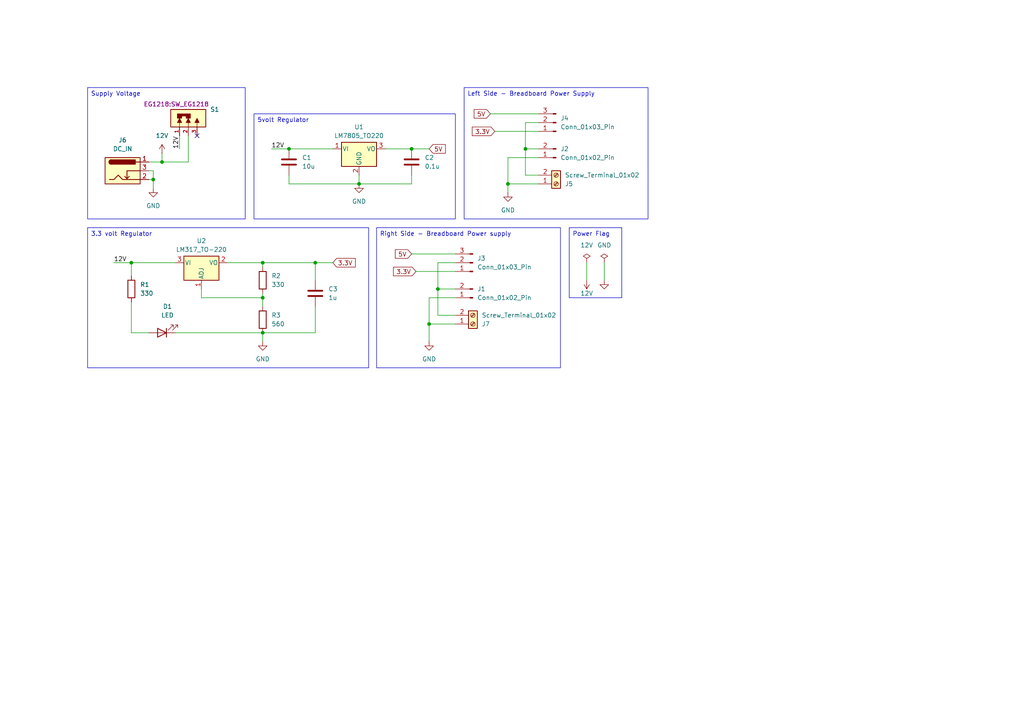
<source format=kicad_sch>
(kicad_sch
	(version 20250114)
	(generator "eeschema")
	(generator_version "9.0")
	(uuid "674c9b3e-3ea0-43f2-ac60-09c261f318fb")
	(paper "A4")
	(title_block
		(title "Breadboard Power Supply")
		(date "2025-07-15")
		(company "Kwabena  Amoako")
	)
	(lib_symbols
		(symbol "Connector:Barrel_Jack_Switch"
			(pin_names
				(hide yes)
			)
			(exclude_from_sim no)
			(in_bom yes)
			(on_board yes)
			(property "Reference" "J"
				(at 0 5.334 0)
				(effects
					(font
						(size 1.27 1.27)
					)
				)
			)
			(property "Value" "Barrel_Jack_Switch"
				(at 0 -5.08 0)
				(effects
					(font
						(size 1.27 1.27)
					)
				)
			)
			(property "Footprint" ""
				(at 1.27 -1.016 0)
				(effects
					(font
						(size 1.27 1.27)
					)
					(hide yes)
				)
			)
			(property "Datasheet" "~"
				(at 1.27 -1.016 0)
				(effects
					(font
						(size 1.27 1.27)
					)
					(hide yes)
				)
			)
			(property "Description" "DC Barrel Jack with an internal switch"
				(at 0 0 0)
				(effects
					(font
						(size 1.27 1.27)
					)
					(hide yes)
				)
			)
			(property "ki_keywords" "DC power barrel jack connector"
				(at 0 0 0)
				(effects
					(font
						(size 1.27 1.27)
					)
					(hide yes)
				)
			)
			(property "ki_fp_filters" "BarrelJack*"
				(at 0 0 0)
				(effects
					(font
						(size 1.27 1.27)
					)
					(hide yes)
				)
			)
			(symbol "Barrel_Jack_Switch_0_1"
				(rectangle
					(start -5.08 3.81)
					(end 5.08 -3.81)
					(stroke
						(width 0.254)
						(type default)
					)
					(fill
						(type background)
					)
				)
				(polyline
					(pts
						(xy -3.81 -2.54) (xy -2.54 -2.54) (xy -1.27 -1.27) (xy 0 -2.54) (xy 2.54 -2.54) (xy 5.08 -2.54)
					)
					(stroke
						(width 0.254)
						(type default)
					)
					(fill
						(type none)
					)
				)
				(arc
					(start -3.302 1.905)
					(mid -3.9343 2.54)
					(end -3.302 3.175)
					(stroke
						(width 0.254)
						(type default)
					)
					(fill
						(type none)
					)
				)
				(arc
					(start -3.302 1.905)
					(mid -3.9343 2.54)
					(end -3.302 3.175)
					(stroke
						(width 0.254)
						(type default)
					)
					(fill
						(type outline)
					)
				)
				(polyline
					(pts
						(xy 1.27 -2.286) (xy 1.905 -1.651)
					)
					(stroke
						(width 0.254)
						(type default)
					)
					(fill
						(type none)
					)
				)
				(rectangle
					(start 3.683 3.175)
					(end -3.302 1.905)
					(stroke
						(width 0.254)
						(type default)
					)
					(fill
						(type outline)
					)
				)
				(polyline
					(pts
						(xy 5.08 2.54) (xy 3.81 2.54)
					)
					(stroke
						(width 0.254)
						(type default)
					)
					(fill
						(type none)
					)
				)
				(polyline
					(pts
						(xy 5.08 0) (xy 1.27 0) (xy 1.27 -2.286) (xy 0.635 -1.651)
					)
					(stroke
						(width 0.254)
						(type default)
					)
					(fill
						(type none)
					)
				)
			)
			(symbol "Barrel_Jack_Switch_1_1"
				(pin passive line
					(at 7.62 2.54 180)
					(length 2.54)
					(name "~"
						(effects
							(font
								(size 1.27 1.27)
							)
						)
					)
					(number "1"
						(effects
							(font
								(size 1.27 1.27)
							)
						)
					)
				)
				(pin passive line
					(at 7.62 0 180)
					(length 2.54)
					(name "~"
						(effects
							(font
								(size 1.27 1.27)
							)
						)
					)
					(number "3"
						(effects
							(font
								(size 1.27 1.27)
							)
						)
					)
				)
				(pin passive line
					(at 7.62 -2.54 180)
					(length 2.54)
					(name "~"
						(effects
							(font
								(size 1.27 1.27)
							)
						)
					)
					(number "2"
						(effects
							(font
								(size 1.27 1.27)
							)
						)
					)
				)
			)
			(embedded_fonts no)
		)
		(symbol "Connector:Conn_01x02_Pin"
			(pin_names
				(offset 1.016)
				(hide yes)
			)
			(exclude_from_sim no)
			(in_bom yes)
			(on_board yes)
			(property "Reference" "J"
				(at 0 2.54 0)
				(effects
					(font
						(size 1.27 1.27)
					)
				)
			)
			(property "Value" "Conn_01x02_Pin"
				(at 0 -5.08 0)
				(effects
					(font
						(size 1.27 1.27)
					)
				)
			)
			(property "Footprint" ""
				(at 0 0 0)
				(effects
					(font
						(size 1.27 1.27)
					)
					(hide yes)
				)
			)
			(property "Datasheet" "~"
				(at 0 0 0)
				(effects
					(font
						(size 1.27 1.27)
					)
					(hide yes)
				)
			)
			(property "Description" "Generic connector, single row, 01x02, script generated"
				(at 0 0 0)
				(effects
					(font
						(size 1.27 1.27)
					)
					(hide yes)
				)
			)
			(property "ki_locked" ""
				(at 0 0 0)
				(effects
					(font
						(size 1.27 1.27)
					)
				)
			)
			(property "ki_keywords" "connector"
				(at 0 0 0)
				(effects
					(font
						(size 1.27 1.27)
					)
					(hide yes)
				)
			)
			(property "ki_fp_filters" "Connector*:*_1x??_*"
				(at 0 0 0)
				(effects
					(font
						(size 1.27 1.27)
					)
					(hide yes)
				)
			)
			(symbol "Conn_01x02_Pin_1_1"
				(rectangle
					(start 0.8636 0.127)
					(end 0 -0.127)
					(stroke
						(width 0.1524)
						(type default)
					)
					(fill
						(type outline)
					)
				)
				(rectangle
					(start 0.8636 -2.413)
					(end 0 -2.667)
					(stroke
						(width 0.1524)
						(type default)
					)
					(fill
						(type outline)
					)
				)
				(polyline
					(pts
						(xy 1.27 0) (xy 0.8636 0)
					)
					(stroke
						(width 0.1524)
						(type default)
					)
					(fill
						(type none)
					)
				)
				(polyline
					(pts
						(xy 1.27 -2.54) (xy 0.8636 -2.54)
					)
					(stroke
						(width 0.1524)
						(type default)
					)
					(fill
						(type none)
					)
				)
				(pin passive line
					(at 5.08 0 180)
					(length 3.81)
					(name "Pin_1"
						(effects
							(font
								(size 1.27 1.27)
							)
						)
					)
					(number "1"
						(effects
							(font
								(size 1.27 1.27)
							)
						)
					)
				)
				(pin passive line
					(at 5.08 -2.54 180)
					(length 3.81)
					(name "Pin_2"
						(effects
							(font
								(size 1.27 1.27)
							)
						)
					)
					(number "2"
						(effects
							(font
								(size 1.27 1.27)
							)
						)
					)
				)
			)
			(embedded_fonts no)
		)
		(symbol "Connector:Conn_01x03_Pin"
			(pin_names
				(offset 1.016)
				(hide yes)
			)
			(exclude_from_sim no)
			(in_bom yes)
			(on_board yes)
			(property "Reference" "J"
				(at 0 5.08 0)
				(effects
					(font
						(size 1.27 1.27)
					)
				)
			)
			(property "Value" "Conn_01x03_Pin"
				(at 0 -5.08 0)
				(effects
					(font
						(size 1.27 1.27)
					)
				)
			)
			(property "Footprint" ""
				(at 0 0 0)
				(effects
					(font
						(size 1.27 1.27)
					)
					(hide yes)
				)
			)
			(property "Datasheet" "~"
				(at 0 0 0)
				(effects
					(font
						(size 1.27 1.27)
					)
					(hide yes)
				)
			)
			(property "Description" "Generic connector, single row, 01x03, script generated"
				(at 0 0 0)
				(effects
					(font
						(size 1.27 1.27)
					)
					(hide yes)
				)
			)
			(property "ki_locked" ""
				(at 0 0 0)
				(effects
					(font
						(size 1.27 1.27)
					)
				)
			)
			(property "ki_keywords" "connector"
				(at 0 0 0)
				(effects
					(font
						(size 1.27 1.27)
					)
					(hide yes)
				)
			)
			(property "ki_fp_filters" "Connector*:*_1x??_*"
				(at 0 0 0)
				(effects
					(font
						(size 1.27 1.27)
					)
					(hide yes)
				)
			)
			(symbol "Conn_01x03_Pin_1_1"
				(rectangle
					(start 0.8636 2.667)
					(end 0 2.413)
					(stroke
						(width 0.1524)
						(type default)
					)
					(fill
						(type outline)
					)
				)
				(rectangle
					(start 0.8636 0.127)
					(end 0 -0.127)
					(stroke
						(width 0.1524)
						(type default)
					)
					(fill
						(type outline)
					)
				)
				(rectangle
					(start 0.8636 -2.413)
					(end 0 -2.667)
					(stroke
						(width 0.1524)
						(type default)
					)
					(fill
						(type outline)
					)
				)
				(polyline
					(pts
						(xy 1.27 2.54) (xy 0.8636 2.54)
					)
					(stroke
						(width 0.1524)
						(type default)
					)
					(fill
						(type none)
					)
				)
				(polyline
					(pts
						(xy 1.27 0) (xy 0.8636 0)
					)
					(stroke
						(width 0.1524)
						(type default)
					)
					(fill
						(type none)
					)
				)
				(polyline
					(pts
						(xy 1.27 -2.54) (xy 0.8636 -2.54)
					)
					(stroke
						(width 0.1524)
						(type default)
					)
					(fill
						(type none)
					)
				)
				(pin passive line
					(at 5.08 2.54 180)
					(length 3.81)
					(name "Pin_1"
						(effects
							(font
								(size 1.27 1.27)
							)
						)
					)
					(number "1"
						(effects
							(font
								(size 1.27 1.27)
							)
						)
					)
				)
				(pin passive line
					(at 5.08 0 180)
					(length 3.81)
					(name "Pin_2"
						(effects
							(font
								(size 1.27 1.27)
							)
						)
					)
					(number "2"
						(effects
							(font
								(size 1.27 1.27)
							)
						)
					)
				)
				(pin passive line
					(at 5.08 -2.54 180)
					(length 3.81)
					(name "Pin_3"
						(effects
							(font
								(size 1.27 1.27)
							)
						)
					)
					(number "3"
						(effects
							(font
								(size 1.27 1.27)
							)
						)
					)
				)
			)
			(embedded_fonts no)
		)
		(symbol "Connector:Screw_Terminal_01x02"
			(pin_names
				(offset 1.016)
				(hide yes)
			)
			(exclude_from_sim no)
			(in_bom yes)
			(on_board yes)
			(property "Reference" "J"
				(at 0 2.54 0)
				(effects
					(font
						(size 1.27 1.27)
					)
				)
			)
			(property "Value" "Screw_Terminal_01x02"
				(at 0 -5.08 0)
				(effects
					(font
						(size 1.27 1.27)
					)
				)
			)
			(property "Footprint" ""
				(at 0 0 0)
				(effects
					(font
						(size 1.27 1.27)
					)
					(hide yes)
				)
			)
			(property "Datasheet" "~"
				(at 0 0 0)
				(effects
					(font
						(size 1.27 1.27)
					)
					(hide yes)
				)
			)
			(property "Description" "Generic screw terminal, single row, 01x02, script generated (kicad-library-utils/schlib/autogen/connector/)"
				(at 0 0 0)
				(effects
					(font
						(size 1.27 1.27)
					)
					(hide yes)
				)
			)
			(property "ki_keywords" "screw terminal"
				(at 0 0 0)
				(effects
					(font
						(size 1.27 1.27)
					)
					(hide yes)
				)
			)
			(property "ki_fp_filters" "TerminalBlock*:*"
				(at 0 0 0)
				(effects
					(font
						(size 1.27 1.27)
					)
					(hide yes)
				)
			)
			(symbol "Screw_Terminal_01x02_1_1"
				(rectangle
					(start -1.27 1.27)
					(end 1.27 -3.81)
					(stroke
						(width 0.254)
						(type default)
					)
					(fill
						(type background)
					)
				)
				(polyline
					(pts
						(xy -0.5334 0.3302) (xy 0.3302 -0.508)
					)
					(stroke
						(width 0.1524)
						(type default)
					)
					(fill
						(type none)
					)
				)
				(polyline
					(pts
						(xy -0.5334 -2.2098) (xy 0.3302 -3.048)
					)
					(stroke
						(width 0.1524)
						(type default)
					)
					(fill
						(type none)
					)
				)
				(polyline
					(pts
						(xy -0.3556 0.508) (xy 0.508 -0.3302)
					)
					(stroke
						(width 0.1524)
						(type default)
					)
					(fill
						(type none)
					)
				)
				(polyline
					(pts
						(xy -0.3556 -2.032) (xy 0.508 -2.8702)
					)
					(stroke
						(width 0.1524)
						(type default)
					)
					(fill
						(type none)
					)
				)
				(circle
					(center 0 0)
					(radius 0.635)
					(stroke
						(width 0.1524)
						(type default)
					)
					(fill
						(type none)
					)
				)
				(circle
					(center 0 -2.54)
					(radius 0.635)
					(stroke
						(width 0.1524)
						(type default)
					)
					(fill
						(type none)
					)
				)
				(pin passive line
					(at -5.08 0 0)
					(length 3.81)
					(name "Pin_1"
						(effects
							(font
								(size 1.27 1.27)
							)
						)
					)
					(number "1"
						(effects
							(font
								(size 1.27 1.27)
							)
						)
					)
				)
				(pin passive line
					(at -5.08 -2.54 0)
					(length 3.81)
					(name "Pin_2"
						(effects
							(font
								(size 1.27 1.27)
							)
						)
					)
					(number "2"
						(effects
							(font
								(size 1.27 1.27)
							)
						)
					)
				)
			)
			(embedded_fonts no)
		)
		(symbol "Device:C"
			(pin_numbers
				(hide yes)
			)
			(pin_names
				(offset 0.254)
			)
			(exclude_from_sim no)
			(in_bom yes)
			(on_board yes)
			(property "Reference" "C"
				(at 0.635 2.54 0)
				(effects
					(font
						(size 1.27 1.27)
					)
					(justify left)
				)
			)
			(property "Value" "C"
				(at 0.635 -2.54 0)
				(effects
					(font
						(size 1.27 1.27)
					)
					(justify left)
				)
			)
			(property "Footprint" ""
				(at 0.9652 -3.81 0)
				(effects
					(font
						(size 1.27 1.27)
					)
					(hide yes)
				)
			)
			(property "Datasheet" "~"
				(at 0 0 0)
				(effects
					(font
						(size 1.27 1.27)
					)
					(hide yes)
				)
			)
			(property "Description" "Unpolarized capacitor"
				(at 0 0 0)
				(effects
					(font
						(size 1.27 1.27)
					)
					(hide yes)
				)
			)
			(property "ki_keywords" "cap capacitor"
				(at 0 0 0)
				(effects
					(font
						(size 1.27 1.27)
					)
					(hide yes)
				)
			)
			(property "ki_fp_filters" "C_*"
				(at 0 0 0)
				(effects
					(font
						(size 1.27 1.27)
					)
					(hide yes)
				)
			)
			(symbol "C_0_1"
				(polyline
					(pts
						(xy -2.032 0.762) (xy 2.032 0.762)
					)
					(stroke
						(width 0.508)
						(type default)
					)
					(fill
						(type none)
					)
				)
				(polyline
					(pts
						(xy -2.032 -0.762) (xy 2.032 -0.762)
					)
					(stroke
						(width 0.508)
						(type default)
					)
					(fill
						(type none)
					)
				)
			)
			(symbol "C_1_1"
				(pin passive line
					(at 0 3.81 270)
					(length 2.794)
					(name "~"
						(effects
							(font
								(size 1.27 1.27)
							)
						)
					)
					(number "1"
						(effects
							(font
								(size 1.27 1.27)
							)
						)
					)
				)
				(pin passive line
					(at 0 -3.81 90)
					(length 2.794)
					(name "~"
						(effects
							(font
								(size 1.27 1.27)
							)
						)
					)
					(number "2"
						(effects
							(font
								(size 1.27 1.27)
							)
						)
					)
				)
			)
			(embedded_fonts no)
		)
		(symbol "Device:LED"
			(pin_numbers
				(hide yes)
			)
			(pin_names
				(offset 1.016)
				(hide yes)
			)
			(exclude_from_sim no)
			(in_bom yes)
			(on_board yes)
			(property "Reference" "D"
				(at 0 2.54 0)
				(effects
					(font
						(size 1.27 1.27)
					)
				)
			)
			(property "Value" "LED"
				(at 0 -2.54 0)
				(effects
					(font
						(size 1.27 1.27)
					)
				)
			)
			(property "Footprint" ""
				(at 0 0 0)
				(effects
					(font
						(size 1.27 1.27)
					)
					(hide yes)
				)
			)
			(property "Datasheet" "~"
				(at 0 0 0)
				(effects
					(font
						(size 1.27 1.27)
					)
					(hide yes)
				)
			)
			(property "Description" "Light emitting diode"
				(at 0 0 0)
				(effects
					(font
						(size 1.27 1.27)
					)
					(hide yes)
				)
			)
			(property "Sim.Pins" "1=K 2=A"
				(at 0 0 0)
				(effects
					(font
						(size 1.27 1.27)
					)
					(hide yes)
				)
			)
			(property "ki_keywords" "LED diode"
				(at 0 0 0)
				(effects
					(font
						(size 1.27 1.27)
					)
					(hide yes)
				)
			)
			(property "ki_fp_filters" "LED* LED_SMD:* LED_THT:*"
				(at 0 0 0)
				(effects
					(font
						(size 1.27 1.27)
					)
					(hide yes)
				)
			)
			(symbol "LED_0_1"
				(polyline
					(pts
						(xy -3.048 -0.762) (xy -4.572 -2.286) (xy -3.81 -2.286) (xy -4.572 -2.286) (xy -4.572 -1.524)
					)
					(stroke
						(width 0)
						(type default)
					)
					(fill
						(type none)
					)
				)
				(polyline
					(pts
						(xy -1.778 -0.762) (xy -3.302 -2.286) (xy -2.54 -2.286) (xy -3.302 -2.286) (xy -3.302 -1.524)
					)
					(stroke
						(width 0)
						(type default)
					)
					(fill
						(type none)
					)
				)
				(polyline
					(pts
						(xy -1.27 0) (xy 1.27 0)
					)
					(stroke
						(width 0)
						(type default)
					)
					(fill
						(type none)
					)
				)
				(polyline
					(pts
						(xy -1.27 -1.27) (xy -1.27 1.27)
					)
					(stroke
						(width 0.254)
						(type default)
					)
					(fill
						(type none)
					)
				)
				(polyline
					(pts
						(xy 1.27 -1.27) (xy 1.27 1.27) (xy -1.27 0) (xy 1.27 -1.27)
					)
					(stroke
						(width 0.254)
						(type default)
					)
					(fill
						(type none)
					)
				)
			)
			(symbol "LED_1_1"
				(pin passive line
					(at -3.81 0 0)
					(length 2.54)
					(name "K"
						(effects
							(font
								(size 1.27 1.27)
							)
						)
					)
					(number "1"
						(effects
							(font
								(size 1.27 1.27)
							)
						)
					)
				)
				(pin passive line
					(at 3.81 0 180)
					(length 2.54)
					(name "A"
						(effects
							(font
								(size 1.27 1.27)
							)
						)
					)
					(number "2"
						(effects
							(font
								(size 1.27 1.27)
							)
						)
					)
				)
			)
			(embedded_fonts no)
		)
		(symbol "Device:R"
			(pin_numbers
				(hide yes)
			)
			(pin_names
				(offset 0)
			)
			(exclude_from_sim no)
			(in_bom yes)
			(on_board yes)
			(property "Reference" "R"
				(at 2.032 0 90)
				(effects
					(font
						(size 1.27 1.27)
					)
				)
			)
			(property "Value" "R"
				(at 0 0 90)
				(effects
					(font
						(size 1.27 1.27)
					)
				)
			)
			(property "Footprint" ""
				(at -1.778 0 90)
				(effects
					(font
						(size 1.27 1.27)
					)
					(hide yes)
				)
			)
			(property "Datasheet" "~"
				(at 0 0 0)
				(effects
					(font
						(size 1.27 1.27)
					)
					(hide yes)
				)
			)
			(property "Description" "Resistor"
				(at 0 0 0)
				(effects
					(font
						(size 1.27 1.27)
					)
					(hide yes)
				)
			)
			(property "ki_keywords" "R res resistor"
				(at 0 0 0)
				(effects
					(font
						(size 1.27 1.27)
					)
					(hide yes)
				)
			)
			(property "ki_fp_filters" "R_*"
				(at 0 0 0)
				(effects
					(font
						(size 1.27 1.27)
					)
					(hide yes)
				)
			)
			(symbol "R_0_1"
				(rectangle
					(start -1.016 -2.54)
					(end 1.016 2.54)
					(stroke
						(width 0.254)
						(type default)
					)
					(fill
						(type none)
					)
				)
			)
			(symbol "R_1_1"
				(pin passive line
					(at 0 3.81 270)
					(length 1.27)
					(name "~"
						(effects
							(font
								(size 1.27 1.27)
							)
						)
					)
					(number "1"
						(effects
							(font
								(size 1.27 1.27)
							)
						)
					)
				)
				(pin passive line
					(at 0 -3.81 90)
					(length 1.27)
					(name "~"
						(effects
							(font
								(size 1.27 1.27)
							)
						)
					)
					(number "2"
						(effects
							(font
								(size 1.27 1.27)
							)
						)
					)
				)
			)
			(embedded_fonts no)
		)
		(symbol "EG1218:EG1218"
			(pin_names
				(offset 1.016)
			)
			(exclude_from_sim no)
			(in_bom yes)
			(on_board yes)
			(property "Reference" "S"
				(at -5.08 5.842 0)
				(effects
					(font
						(size 1.27 1.27)
					)
					(justify left bottom)
				)
			)
			(property "Value" "EG1218"
				(at -5.08 -7.62 0)
				(effects
					(font
						(size 1.27 1.27)
					)
					(justify left bottom)
				)
			)
			(property "Footprint" "EG1218:SW_EG1218"
				(at 0 0 0)
				(effects
					(font
						(size 1.27 1.27)
					)
					(justify bottom)
					(hide yes)
				)
			)
			(property "Datasheet" ""
				(at 0 0 0)
				(effects
					(font
						(size 1.27 1.27)
					)
					(hide yes)
				)
			)
			(property "Description" "Slide Switch SPDT Through Hole"
				(at 0 0 0)
				(effects
					(font
						(size 1.27 1.27)
					)
					(justify bottom)
					(hide yes)
				)
			)
			(property "MF" "E-Switch"
				(at 0 0 0)
				(effects
					(font
						(size 1.27 1.27)
					)
					(justify bottom)
					(hide yes)
				)
			)
			(property "PACKAGE" "None"
				(at 0 0 0)
				(effects
					(font
						(size 1.27 1.27)
					)
					(justify bottom)
					(hide yes)
				)
			)
			(property "PRICE" "None"
				(at 0 0 0)
				(effects
					(font
						(size 1.27 1.27)
					)
					(justify bottom)
					(hide yes)
				)
			)
			(property "MP" "EG1218"
				(at 0 0 0)
				(effects
					(font
						(size 1.27 1.27)
					)
					(justify bottom)
					(hide yes)
				)
			)
			(property "AVAILABILITY" "In Stock"
				(at 0 0 0)
				(effects
					(font
						(size 1.27 1.27)
					)
					(justify bottom)
					(hide yes)
				)
			)
			(property "PURCHASE-URL" "https://pricing.snapeda.com/search/part/EG1218/?ref=eda"
				(at 0 0 0)
				(effects
					(font
						(size 1.27 1.27)
					)
					(justify bottom)
					(hide yes)
				)
			)
			(symbol "EG1218_0_0"
				(polyline
					(pts
						(xy -2.54 2.54) (xy -1.27 2.54)
					)
					(stroke
						(width 0.1524)
						(type default)
					)
					(fill
						(type none)
					)
				)
				(polyline
					(pts
						(xy -2.54 0) (xy -1.27 0)
					)
					(stroke
						(width 0.1524)
						(type default)
					)
					(fill
						(type none)
					)
				)
				(polyline
					(pts
						(xy -2.54 -2.54) (xy -1.27 -2.54)
					)
					(stroke
						(width 0.1524)
						(type default)
					)
					(fill
						(type none)
					)
				)
				(rectangle
					(start -2.54 -5.08)
					(end 2.54 5.08)
					(stroke
						(width 0.254)
						(type default)
					)
					(fill
						(type background)
					)
				)
				(polyline
					(pts
						(xy -1.27 3.175) (xy -1.27 1.905) (xy 0 2.54) (xy -1.27 3.175)
					)
					(stroke
						(width 0.1524)
						(type default)
					)
					(fill
						(type outline)
					)
				)
				(polyline
					(pts
						(xy -1.27 0.635) (xy -1.27 -0.635) (xy 0 0) (xy -1.27 0.635)
					)
					(stroke
						(width 0.1524)
						(type default)
					)
					(fill
						(type outline)
					)
				)
				(polyline
					(pts
						(xy -1.27 -1.905) (xy -1.27 -3.175) (xy 0 -2.54) (xy -1.27 -1.905)
					)
					(stroke
						(width 0.1524)
						(type default)
					)
					(fill
						(type outline)
					)
				)
				(polyline
					(pts
						(xy 0 1.905) (xy 0 3.175) (xy 1.27 3.175) (xy 1.27 -0.635) (xy 0 -0.635) (xy 0 0.635) (xy 0.635 0.635)
						(xy 0.635 1.905) (xy 0 1.905)
					)
					(stroke
						(width 0.1524)
						(type default)
					)
					(fill
						(type outline)
					)
				)
				(pin passive line
					(at -5.08 2.54 0)
					(length 2.54)
					(name "~"
						(effects
							(font
								(size 1.016 1.016)
							)
						)
					)
					(number "1"
						(effects
							(font
								(size 1.016 1.016)
							)
						)
					)
				)
				(pin passive line
					(at -5.08 0 0)
					(length 2.54)
					(name "~"
						(effects
							(font
								(size 1.016 1.016)
							)
						)
					)
					(number "2"
						(effects
							(font
								(size 1.016 1.016)
							)
						)
					)
				)
				(pin passive line
					(at -5.08 -2.54 0)
					(length 2.54)
					(name "~"
						(effects
							(font
								(size 1.016 1.016)
							)
						)
					)
					(number "3"
						(effects
							(font
								(size 1.016 1.016)
							)
						)
					)
				)
			)
			(embedded_fonts no)
		)
		(symbol "Regulator_Linear:LM317_TO-220"
			(pin_names
				(offset 0.254)
			)
			(exclude_from_sim no)
			(in_bom yes)
			(on_board yes)
			(property "Reference" "U"
				(at -3.81 3.175 0)
				(effects
					(font
						(size 1.27 1.27)
					)
				)
			)
			(property "Value" "LM317_TO-220"
				(at 0 3.175 0)
				(effects
					(font
						(size 1.27 1.27)
					)
					(justify left)
				)
			)
			(property "Footprint" "Package_TO_SOT_THT:TO-220-3_Vertical"
				(at 0 6.35 0)
				(effects
					(font
						(size 1.27 1.27)
						(italic yes)
					)
					(hide yes)
				)
			)
			(property "Datasheet" "http://www.ti.com/lit/ds/symlink/lm317.pdf"
				(at 0 0 0)
				(effects
					(font
						(size 1.27 1.27)
					)
					(hide yes)
				)
			)
			(property "Description" "1.5A 35V Adjustable Linear Regulator, TO-220"
				(at 0 0 0)
				(effects
					(font
						(size 1.27 1.27)
					)
					(hide yes)
				)
			)
			(property "ki_keywords" "Adjustable Voltage Regulator 1A Positive"
				(at 0 0 0)
				(effects
					(font
						(size 1.27 1.27)
					)
					(hide yes)
				)
			)
			(property "ki_fp_filters" "TO?220*"
				(at 0 0 0)
				(effects
					(font
						(size 1.27 1.27)
					)
					(hide yes)
				)
			)
			(symbol "LM317_TO-220_0_1"
				(rectangle
					(start -5.08 1.905)
					(end 5.08 -5.08)
					(stroke
						(width 0.254)
						(type default)
					)
					(fill
						(type background)
					)
				)
			)
			(symbol "LM317_TO-220_1_1"
				(pin power_in line
					(at -7.62 0 0)
					(length 2.54)
					(name "VI"
						(effects
							(font
								(size 1.27 1.27)
							)
						)
					)
					(number "3"
						(effects
							(font
								(size 1.27 1.27)
							)
						)
					)
				)
				(pin input line
					(at 0 -7.62 90)
					(length 2.54)
					(name "ADJ"
						(effects
							(font
								(size 1.27 1.27)
							)
						)
					)
					(number "1"
						(effects
							(font
								(size 1.27 1.27)
							)
						)
					)
				)
				(pin power_out line
					(at 7.62 0 180)
					(length 2.54)
					(name "VO"
						(effects
							(font
								(size 1.27 1.27)
							)
						)
					)
					(number "2"
						(effects
							(font
								(size 1.27 1.27)
							)
						)
					)
				)
			)
			(embedded_fonts no)
		)
		(symbol "Regulator_Linear:LM7805_TO220"
			(pin_names
				(offset 0.254)
			)
			(exclude_from_sim no)
			(in_bom yes)
			(on_board yes)
			(property "Reference" "U"
				(at -3.81 3.175 0)
				(effects
					(font
						(size 1.27 1.27)
					)
				)
			)
			(property "Value" "LM7805_TO220"
				(at 0 3.175 0)
				(effects
					(font
						(size 1.27 1.27)
					)
					(justify left)
				)
			)
			(property "Footprint" "Package_TO_SOT_THT:TO-220-3_Vertical"
				(at 0 5.715 0)
				(effects
					(font
						(size 1.27 1.27)
						(italic yes)
					)
					(hide yes)
				)
			)
			(property "Datasheet" "https://www.onsemi.cn/PowerSolutions/document/MC7800-D.PDF"
				(at 0 -1.27 0)
				(effects
					(font
						(size 1.27 1.27)
					)
					(hide yes)
				)
			)
			(property "Description" "Positive 1A 35V Linear Regulator, Fixed Output 5V, TO-220"
				(at 0 0 0)
				(effects
					(font
						(size 1.27 1.27)
					)
					(hide yes)
				)
			)
			(property "ki_keywords" "Voltage Regulator 1A Positive"
				(at 0 0 0)
				(effects
					(font
						(size 1.27 1.27)
					)
					(hide yes)
				)
			)
			(property "ki_fp_filters" "TO?220*"
				(at 0 0 0)
				(effects
					(font
						(size 1.27 1.27)
					)
					(hide yes)
				)
			)
			(symbol "LM7805_TO220_0_1"
				(rectangle
					(start -5.08 1.905)
					(end 5.08 -5.08)
					(stroke
						(width 0.254)
						(type default)
					)
					(fill
						(type background)
					)
				)
			)
			(symbol "LM7805_TO220_1_1"
				(pin power_in line
					(at -7.62 0 0)
					(length 2.54)
					(name "VI"
						(effects
							(font
								(size 1.27 1.27)
							)
						)
					)
					(number "1"
						(effects
							(font
								(size 1.27 1.27)
							)
						)
					)
				)
				(pin power_in line
					(at 0 -7.62 90)
					(length 2.54)
					(name "GND"
						(effects
							(font
								(size 1.27 1.27)
							)
						)
					)
					(number "2"
						(effects
							(font
								(size 1.27 1.27)
							)
						)
					)
				)
				(pin power_out line
					(at 7.62 0 180)
					(length 2.54)
					(name "VO"
						(effects
							(font
								(size 1.27 1.27)
							)
						)
					)
					(number "3"
						(effects
							(font
								(size 1.27 1.27)
							)
						)
					)
				)
			)
			(embedded_fonts no)
		)
		(symbol "power:GND"
			(power)
			(pin_numbers
				(hide yes)
			)
			(pin_names
				(offset 0)
				(hide yes)
			)
			(exclude_from_sim no)
			(in_bom yes)
			(on_board yes)
			(property "Reference" "#PWR"
				(at 0 -6.35 0)
				(effects
					(font
						(size 1.27 1.27)
					)
					(hide yes)
				)
			)
			(property "Value" "GND"
				(at 0 -3.81 0)
				(effects
					(font
						(size 1.27 1.27)
					)
				)
			)
			(property "Footprint" ""
				(at 0 0 0)
				(effects
					(font
						(size 1.27 1.27)
					)
					(hide yes)
				)
			)
			(property "Datasheet" ""
				(at 0 0 0)
				(effects
					(font
						(size 1.27 1.27)
					)
					(hide yes)
				)
			)
			(property "Description" "Power symbol creates a global label with name \"GND\" , ground"
				(at 0 0 0)
				(effects
					(font
						(size 1.27 1.27)
					)
					(hide yes)
				)
			)
			(property "ki_keywords" "global power"
				(at 0 0 0)
				(effects
					(font
						(size 1.27 1.27)
					)
					(hide yes)
				)
			)
			(symbol "GND_0_1"
				(polyline
					(pts
						(xy 0 0) (xy 0 -1.27) (xy 1.27 -1.27) (xy 0 -2.54) (xy -1.27 -1.27) (xy 0 -1.27)
					)
					(stroke
						(width 0)
						(type default)
					)
					(fill
						(type none)
					)
				)
			)
			(symbol "GND_1_1"
				(pin power_in line
					(at 0 0 270)
					(length 0)
					(name "~"
						(effects
							(font
								(size 1.27 1.27)
							)
						)
					)
					(number "1"
						(effects
							(font
								(size 1.27 1.27)
							)
						)
					)
				)
			)
			(embedded_fonts no)
		)
		(symbol "power:PWR_FLAG"
			(power)
			(pin_numbers
				(hide yes)
			)
			(pin_names
				(offset 0)
				(hide yes)
			)
			(exclude_from_sim no)
			(in_bom yes)
			(on_board yes)
			(property "Reference" "#FLG"
				(at 0 1.905 0)
				(effects
					(font
						(size 1.27 1.27)
					)
					(hide yes)
				)
			)
			(property "Value" "PWR_FLAG"
				(at 0 3.81 0)
				(effects
					(font
						(size 1.27 1.27)
					)
				)
			)
			(property "Footprint" ""
				(at 0 0 0)
				(effects
					(font
						(size 1.27 1.27)
					)
					(hide yes)
				)
			)
			(property "Datasheet" "~"
				(at 0 0 0)
				(effects
					(font
						(size 1.27 1.27)
					)
					(hide yes)
				)
			)
			(property "Description" "Special symbol for telling ERC where power comes from"
				(at 0 0 0)
				(effects
					(font
						(size 1.27 1.27)
					)
					(hide yes)
				)
			)
			(property "ki_keywords" "flag power"
				(at 0 0 0)
				(effects
					(font
						(size 1.27 1.27)
					)
					(hide yes)
				)
			)
			(symbol "PWR_FLAG_0_0"
				(pin power_out line
					(at 0 0 90)
					(length 0)
					(name "~"
						(effects
							(font
								(size 1.27 1.27)
							)
						)
					)
					(number "1"
						(effects
							(font
								(size 1.27 1.27)
							)
						)
					)
				)
			)
			(symbol "PWR_FLAG_0_1"
				(polyline
					(pts
						(xy 0 0) (xy 0 1.27) (xy -1.016 1.905) (xy 0 2.54) (xy 1.016 1.905) (xy 0 1.27)
					)
					(stroke
						(width 0)
						(type default)
					)
					(fill
						(type none)
					)
				)
			)
			(embedded_fonts no)
		)
		(symbol "power:VDD"
			(power)
			(pin_numbers
				(hide yes)
			)
			(pin_names
				(offset 0)
				(hide yes)
			)
			(exclude_from_sim no)
			(in_bom yes)
			(on_board yes)
			(property "Reference" "#PWR"
				(at 0 -3.81 0)
				(effects
					(font
						(size 1.27 1.27)
					)
					(hide yes)
				)
			)
			(property "Value" "VDD"
				(at 0 3.556 0)
				(effects
					(font
						(size 1.27 1.27)
					)
				)
			)
			(property "Footprint" ""
				(at 0 0 0)
				(effects
					(font
						(size 1.27 1.27)
					)
					(hide yes)
				)
			)
			(property "Datasheet" ""
				(at 0 0 0)
				(effects
					(font
						(size 1.27 1.27)
					)
					(hide yes)
				)
			)
			(property "Description" "Power symbol creates a global label with name \"VDD\""
				(at 0 0 0)
				(effects
					(font
						(size 1.27 1.27)
					)
					(hide yes)
				)
			)
			(property "ki_keywords" "global power"
				(at 0 0 0)
				(effects
					(font
						(size 1.27 1.27)
					)
					(hide yes)
				)
			)
			(symbol "VDD_0_1"
				(polyline
					(pts
						(xy -0.762 1.27) (xy 0 2.54)
					)
					(stroke
						(width 0)
						(type default)
					)
					(fill
						(type none)
					)
				)
				(polyline
					(pts
						(xy 0 2.54) (xy 0.762 1.27)
					)
					(stroke
						(width 0)
						(type default)
					)
					(fill
						(type none)
					)
				)
				(polyline
					(pts
						(xy 0 0) (xy 0 2.54)
					)
					(stroke
						(width 0)
						(type default)
					)
					(fill
						(type none)
					)
				)
			)
			(symbol "VDD_1_1"
				(pin power_in line
					(at 0 0 90)
					(length 0)
					(name "~"
						(effects
							(font
								(size 1.27 1.27)
							)
						)
					)
					(number "1"
						(effects
							(font
								(size 1.27 1.27)
							)
						)
					)
				)
			)
			(embedded_fonts no)
		)
	)
	(text_box "Left Side - Breadboard Power Supply"
		(exclude_from_sim no)
		(at 134.62 25.4 0)
		(size 53.34 38.1)
		(margins 0.9525 0.9525 0.9525 0.9525)
		(stroke
			(width 0)
			(type solid)
		)
		(fill
			(type none)
		)
		(effects
			(font
				(size 1.27 1.27)
			)
			(justify left top)
		)
		(uuid "47217a62-df13-4415-a472-d61a6002a39d")
	)
	(text_box "Right Side - Breadboard Power supply"
		(exclude_from_sim no)
		(at 109.22 66.04 0)
		(size 53.34 40.64)
		(margins 0.9525 0.9525 0.9525 0.9525)
		(stroke
			(width 0)
			(type solid)
		)
		(fill
			(type none)
		)
		(effects
			(font
				(size 1.27 1.27)
			)
			(justify left top)
		)
		(uuid "5248fb6d-d8ee-42f4-b957-867bf77f6b0a")
	)
	(text_box "5volt Regulator"
		(exclude_from_sim no)
		(at 73.66 33.02 0)
		(size 58.42 30.48)
		(margins 0.9525 0.9525 0.9525 0.9525)
		(stroke
			(width 0)
			(type solid)
		)
		(fill
			(type none)
		)
		(effects
			(font
				(size 1.27 1.27)
			)
			(justify left top)
		)
		(uuid "b6289262-9bb7-49dd-9b25-894b7ac95296")
	)
	(text_box "3.3 volt Regulator"
		(exclude_from_sim no)
		(at 25.4 66.04 0)
		(size 81.534 40.64)
		(margins 0.9525 0.9525 0.9525 0.9525)
		(stroke
			(width 0)
			(type solid)
		)
		(fill
			(type none)
		)
		(effects
			(font
				(size 1.27 1.27)
			)
			(justify left top)
		)
		(uuid "be8c2e94-670d-466b-8515-73a168023305")
	)
	(text_box "Supply Voltage"
		(exclude_from_sim no)
		(at 25.4 25.4 0)
		(size 45.72 38.1)
		(margins 0.9525 0.9525 0.9525 0.9525)
		(stroke
			(width 0)
			(type solid)
		)
		(fill
			(type none)
		)
		(effects
			(font
				(size 1.27 1.27)
			)
			(justify left top)
		)
		(uuid "d6187934-81db-4373-b8c3-420d8e1b2116")
	)
	(text_box "Power Flag"
		(exclude_from_sim no)
		(at 165.1 66.04 0)
		(size 15.24 20.32)
		(margins 0.9525 0.9525 0.9525 0.9525)
		(stroke
			(width 0)
			(type solid)
		)
		(fill
			(type none)
		)
		(effects
			(font
				(size 1.27 1.27)
			)
			(justify left top)
		)
		(uuid "f71d6711-2384-4aea-8a5c-872aa9013bd0")
	)
	(junction
		(at 38.1 76.2)
		(diameter 0)
		(color 0 0 0 0)
		(uuid "03ad2b78-5834-40c3-8d52-15e3902e911d")
	)
	(junction
		(at 119.38 43.18)
		(diameter 0)
		(color 0 0 0 0)
		(uuid "245c1f5a-74b0-4f8d-847d-3f176d26ab4b")
	)
	(junction
		(at 104.14 53.34)
		(diameter 0)
		(color 0 0 0 0)
		(uuid "295f8eae-bf4f-4f14-b3d4-00da42e84c6d")
	)
	(junction
		(at 127 83.82)
		(diameter 0)
		(color 0 0 0 0)
		(uuid "41a03d36-74c1-4798-9f6b-3d56905aca9f")
	)
	(junction
		(at 76.2 86.36)
		(diameter 0)
		(color 0 0 0 0)
		(uuid "4e9c117b-1fa3-4859-864f-b129429d7167")
	)
	(junction
		(at 76.2 76.2)
		(diameter 0)
		(color 0 0 0 0)
		(uuid "7bc916bb-9361-43fb-a456-01972f0e11e3")
	)
	(junction
		(at 91.44 76.2)
		(diameter 0)
		(color 0 0 0 0)
		(uuid "7faef48e-3b06-4917-b254-d5f32e00f3d7")
	)
	(junction
		(at 152.4 43.18)
		(diameter 0)
		(color 0 0 0 0)
		(uuid "8260b3de-82f2-4cb2-a856-23ed07b22a0b")
	)
	(junction
		(at 124.46 93.98)
		(diameter 0)
		(color 0 0 0 0)
		(uuid "9cfc5deb-7359-4808-8126-ee275e188826")
	)
	(junction
		(at 76.2 96.52)
		(diameter 0)
		(color 0 0 0 0)
		(uuid "ad96dcf6-6fd0-43c5-ab59-f0198a6aa10a")
	)
	(junction
		(at 46.99 46.99)
		(diameter 0)
		(color 0 0 0 0)
		(uuid "b0ba5770-3531-4d9d-9113-4b9e6284f4af")
	)
	(junction
		(at 44.45 52.07)
		(diameter 0)
		(color 0 0 0 0)
		(uuid "be811c02-201b-41da-bd1a-fe06c91b8708")
	)
	(junction
		(at 147.32 53.34)
		(diameter 0)
		(color 0 0 0 0)
		(uuid "d7141946-3367-4a75-aba6-64c981a1c1b3")
	)
	(junction
		(at 83.82 43.18)
		(diameter 0)
		(color 0 0 0 0)
		(uuid "f9d1403a-a5a3-47bd-910d-1a2965a83b38")
	)
	(no_connect
		(at 57.15 39.37)
		(uuid "8bad8660-d03a-4b9c-a011-08180677a90a")
	)
	(wire
		(pts
			(xy 91.44 96.52) (xy 76.2 96.52)
		)
		(stroke
			(width 0)
			(type default)
		)
		(uuid "04fa7fa7-908a-4028-a2b4-8a5fbd288614")
	)
	(wire
		(pts
			(xy 127 76.2) (xy 127 83.82)
		)
		(stroke
			(width 0)
			(type default)
		)
		(uuid "061088fa-6e5e-49d3-870e-5682df5000fe")
	)
	(wire
		(pts
			(xy 46.99 46.99) (xy 54.61 46.99)
		)
		(stroke
			(width 0)
			(type default)
		)
		(uuid "06a381e9-1940-44e8-ac98-b1ec0bd861d7")
	)
	(wire
		(pts
			(xy 66.04 76.2) (xy 76.2 76.2)
		)
		(stroke
			(width 0)
			(type default)
		)
		(uuid "0723b22c-0908-4c03-aef8-2a12564ec466")
	)
	(wire
		(pts
			(xy 38.1 80.01) (xy 38.1 76.2)
		)
		(stroke
			(width 0)
			(type default)
		)
		(uuid "10331092-6d7e-4568-99a7-50bb110c35f6")
	)
	(wire
		(pts
			(xy 76.2 85.09) (xy 76.2 86.36)
		)
		(stroke
			(width 0)
			(type default)
		)
		(uuid "10dde1f7-9b9a-42d9-9f5d-3e8b764cfcfe")
	)
	(wire
		(pts
			(xy 76.2 77.47) (xy 76.2 76.2)
		)
		(stroke
			(width 0)
			(type default)
		)
		(uuid "1c13c089-2f6e-4213-b01a-9768d37bc7cd")
	)
	(wire
		(pts
			(xy 147.32 45.72) (xy 147.32 53.34)
		)
		(stroke
			(width 0)
			(type default)
		)
		(uuid "1e481a4c-6f99-4d5e-814d-f2d6f0826f34")
	)
	(wire
		(pts
			(xy 76.2 86.36) (xy 76.2 88.9)
		)
		(stroke
			(width 0)
			(type default)
		)
		(uuid "20e13c36-9ee4-4c84-82c4-a68b6d386d44")
	)
	(wire
		(pts
			(xy 152.4 50.8) (xy 156.21 50.8)
		)
		(stroke
			(width 0)
			(type default)
		)
		(uuid "20e4aa70-c69c-4448-8b7c-1aac0fe4037d")
	)
	(wire
		(pts
			(xy 78.74 43.18) (xy 83.82 43.18)
		)
		(stroke
			(width 0)
			(type default)
		)
		(uuid "2ccc0fcc-6a89-4d7d-b5d8-a25ec2e2127b")
	)
	(wire
		(pts
			(xy 52.07 39.37) (xy 52.07 43.18)
		)
		(stroke
			(width 0)
			(type default)
		)
		(uuid "2d17f280-fd97-4f33-8a46-3e18f9aebc7b")
	)
	(wire
		(pts
			(xy 58.42 83.82) (xy 58.42 86.36)
		)
		(stroke
			(width 0)
			(type default)
		)
		(uuid "3630986f-1e55-40dd-8fa2-abb2867eadea")
	)
	(wire
		(pts
			(xy 127 91.44) (xy 127 83.82)
		)
		(stroke
			(width 0)
			(type default)
		)
		(uuid "36609699-53af-489b-9a42-eb88b8927058")
	)
	(wire
		(pts
			(xy 44.45 49.53) (xy 44.45 52.07)
		)
		(stroke
			(width 0)
			(type default)
		)
		(uuid "3b27f6af-b05b-468b-866a-a7a31cbdbd02")
	)
	(wire
		(pts
			(xy 175.26 76.2) (xy 175.26 81.28)
		)
		(stroke
			(width 0)
			(type default)
		)
		(uuid "48224635-7476-4be0-bd3b-fa5a64e764bf")
	)
	(wire
		(pts
			(xy 83.82 50.8) (xy 83.82 53.34)
		)
		(stroke
			(width 0)
			(type default)
		)
		(uuid "4f6d4c9c-d734-4871-a3e3-7e26bb84a5cb")
	)
	(wire
		(pts
			(xy 104.14 53.34) (xy 119.38 53.34)
		)
		(stroke
			(width 0)
			(type default)
		)
		(uuid "4f8c21da-e979-4dae-8177-1e8e52d0d8cb")
	)
	(wire
		(pts
			(xy 156.21 35.56) (xy 152.4 35.56)
		)
		(stroke
			(width 0)
			(type default)
		)
		(uuid "4fe662a3-d785-439f-a06c-c639430817b4")
	)
	(wire
		(pts
			(xy 58.42 86.36) (xy 76.2 86.36)
		)
		(stroke
			(width 0)
			(type default)
		)
		(uuid "4ffbe782-1ba6-4d21-9b12-523a1b74d82c")
	)
	(wire
		(pts
			(xy 76.2 96.52) (xy 76.2 99.06)
		)
		(stroke
			(width 0)
			(type default)
		)
		(uuid "5b27f85d-c163-4087-9f72-c2f7e44397a5")
	)
	(wire
		(pts
			(xy 50.8 96.52) (xy 76.2 96.52)
		)
		(stroke
			(width 0)
			(type default)
		)
		(uuid "6005379e-4d53-488d-b774-69dda8350bf4")
	)
	(wire
		(pts
			(xy 76.2 76.2) (xy 91.44 76.2)
		)
		(stroke
			(width 0)
			(type default)
		)
		(uuid "61a3a210-7442-4d40-b6ae-2a7b1ceee7fc")
	)
	(wire
		(pts
			(xy 44.45 54.61) (xy 44.45 52.07)
		)
		(stroke
			(width 0)
			(type default)
		)
		(uuid "64b65aa7-756b-4ca1-a654-2cfb7044d106")
	)
	(wire
		(pts
			(xy 152.4 43.18) (xy 152.4 50.8)
		)
		(stroke
			(width 0)
			(type default)
		)
		(uuid "6b76b836-5469-4b4b-81bf-eb61f1306587")
	)
	(wire
		(pts
			(xy 143.51 38.1) (xy 156.21 38.1)
		)
		(stroke
			(width 0)
			(type default)
		)
		(uuid "7307bcf8-84a5-45c7-9861-98bcf83b7cc2")
	)
	(wire
		(pts
			(xy 132.08 76.2) (xy 127 76.2)
		)
		(stroke
			(width 0)
			(type default)
		)
		(uuid "73290089-ddc5-4c4b-93c4-8edd545ef5d3")
	)
	(wire
		(pts
			(xy 132.08 91.44) (xy 127 91.44)
		)
		(stroke
			(width 0)
			(type default)
		)
		(uuid "77ef6ecd-6956-45f9-8569-640fd0388327")
	)
	(wire
		(pts
			(xy 127 83.82) (xy 132.08 83.82)
		)
		(stroke
			(width 0)
			(type default)
		)
		(uuid "7de91971-38fb-4c98-a501-a6f346b989e8")
	)
	(wire
		(pts
			(xy 147.32 55.88) (xy 147.32 53.34)
		)
		(stroke
			(width 0)
			(type default)
		)
		(uuid "80e2703d-9112-49b1-9ab0-0529f2ec7968")
	)
	(wire
		(pts
			(xy 104.14 50.8) (xy 104.14 53.34)
		)
		(stroke
			(width 0)
			(type default)
		)
		(uuid "8291f5af-4f84-449f-a90c-06d00d03cf47")
	)
	(wire
		(pts
			(xy 142.24 33.02) (xy 156.21 33.02)
		)
		(stroke
			(width 0)
			(type default)
		)
		(uuid "835694c4-f841-4a88-9be6-62af517598e2")
	)
	(wire
		(pts
			(xy 147.32 53.34) (xy 156.21 53.34)
		)
		(stroke
			(width 0)
			(type default)
		)
		(uuid "89f76cb1-dc7d-4fc1-8165-a348dccab8f8")
	)
	(wire
		(pts
			(xy 43.18 52.07) (xy 44.45 52.07)
		)
		(stroke
			(width 0)
			(type default)
		)
		(uuid "8a7435d5-5df3-4bb0-88b0-8f2ea08f0166")
	)
	(wire
		(pts
			(xy 54.61 46.99) (xy 54.61 39.37)
		)
		(stroke
			(width 0)
			(type default)
		)
		(uuid "8ce486a8-611b-4bc8-beb2-01daa2767aa1")
	)
	(wire
		(pts
			(xy 152.4 35.56) (xy 152.4 43.18)
		)
		(stroke
			(width 0)
			(type default)
		)
		(uuid "8fcda05b-e499-4066-add3-b569b672197a")
	)
	(wire
		(pts
			(xy 38.1 76.2) (xy 50.8 76.2)
		)
		(stroke
			(width 0)
			(type default)
		)
		(uuid "9b61bafe-88f8-447d-b027-20f71c3d425a")
	)
	(wire
		(pts
			(xy 124.46 86.36) (xy 124.46 93.98)
		)
		(stroke
			(width 0)
			(type default)
		)
		(uuid "a6067a7a-08dc-4d5e-9b63-d04553f786da")
	)
	(wire
		(pts
			(xy 132.08 86.36) (xy 124.46 86.36)
		)
		(stroke
			(width 0)
			(type default)
		)
		(uuid "ae3072f6-38b8-4b9d-8d7c-f22954901e5c")
	)
	(wire
		(pts
			(xy 111.76 43.18) (xy 119.38 43.18)
		)
		(stroke
			(width 0)
			(type default)
		)
		(uuid "afc3f638-694d-4d34-ae76-985cf7f35152")
	)
	(wire
		(pts
			(xy 43.18 49.53) (xy 44.45 49.53)
		)
		(stroke
			(width 0)
			(type default)
		)
		(uuid "b25eb758-2750-4ca0-bb20-07654e8d9a6d")
	)
	(wire
		(pts
			(xy 170.18 76.2) (xy 170.18 81.28)
		)
		(stroke
			(width 0)
			(type default)
		)
		(uuid "b62c56b8-43fb-4982-b12c-7eaa40689865")
	)
	(wire
		(pts
			(xy 120.65 78.74) (xy 132.08 78.74)
		)
		(stroke
			(width 0)
			(type default)
		)
		(uuid "b6b6127c-8c89-450b-8544-b1a887d9f284")
	)
	(wire
		(pts
			(xy 119.38 73.66) (xy 132.08 73.66)
		)
		(stroke
			(width 0)
			(type default)
		)
		(uuid "b6e734fb-1100-4bb7-a922-1c039952ce5e")
	)
	(wire
		(pts
			(xy 33.02 76.2) (xy 38.1 76.2)
		)
		(stroke
			(width 0)
			(type default)
		)
		(uuid "b722c46c-4ce5-4352-a159-a6c405fb9dfe")
	)
	(wire
		(pts
			(xy 156.21 45.72) (xy 147.32 45.72)
		)
		(stroke
			(width 0)
			(type default)
		)
		(uuid "bbcdcc26-dc87-4360-aa4c-ba42f148e8fa")
	)
	(wire
		(pts
			(xy 91.44 76.2) (xy 96.52 76.2)
		)
		(stroke
			(width 0)
			(type default)
		)
		(uuid "c25ea99f-20eb-48ad-b1a2-7dcdcf31733a")
	)
	(wire
		(pts
			(xy 46.99 44.45) (xy 46.99 46.99)
		)
		(stroke
			(width 0)
			(type default)
		)
		(uuid "c550fc0d-da8c-4b33-9e81-74de71510329")
	)
	(wire
		(pts
			(xy 119.38 50.8) (xy 119.38 53.34)
		)
		(stroke
			(width 0)
			(type default)
		)
		(uuid "c8911d1f-4dfa-49dd-a8b4-280b87f54d86")
	)
	(wire
		(pts
			(xy 132.08 93.98) (xy 124.46 93.98)
		)
		(stroke
			(width 0)
			(type default)
		)
		(uuid "c8efcb23-1e88-44e5-bb65-5449e32c4365")
	)
	(wire
		(pts
			(xy 119.38 43.18) (xy 124.46 43.18)
		)
		(stroke
			(width 0)
			(type default)
		)
		(uuid "ce7d602a-4c11-4080-9ff7-8d2508684a65")
	)
	(wire
		(pts
			(xy 83.82 53.34) (xy 104.14 53.34)
		)
		(stroke
			(width 0)
			(type default)
		)
		(uuid "d65e5221-c425-4700-bca8-35aeb4f8e31e")
	)
	(wire
		(pts
			(xy 83.82 43.18) (xy 96.52 43.18)
		)
		(stroke
			(width 0)
			(type default)
		)
		(uuid "e45e98db-20e1-4ec1-b21c-c3e5f98f768a")
	)
	(wire
		(pts
			(xy 38.1 87.63) (xy 38.1 96.52)
		)
		(stroke
			(width 0)
			(type default)
		)
		(uuid "e51c4277-7267-42d7-a188-e49e4f4a6bc6")
	)
	(wire
		(pts
			(xy 91.44 88.9) (xy 91.44 96.52)
		)
		(stroke
			(width 0)
			(type default)
		)
		(uuid "e71349d1-535d-4eb8-88ca-0913eb9080bc")
	)
	(wire
		(pts
			(xy 38.1 96.52) (xy 43.18 96.52)
		)
		(stroke
			(width 0)
			(type default)
		)
		(uuid "edcb14e8-4f08-441f-b3a5-f162958a9636")
	)
	(wire
		(pts
			(xy 156.21 43.18) (xy 152.4 43.18)
		)
		(stroke
			(width 0)
			(type default)
		)
		(uuid "ee45992b-9e43-4612-bf9a-f2b8156c0160")
	)
	(wire
		(pts
			(xy 43.18 46.99) (xy 46.99 46.99)
		)
		(stroke
			(width 0)
			(type default)
		)
		(uuid "f68287b9-4de8-4aba-8bcf-9306d5feff83")
	)
	(wire
		(pts
			(xy 91.44 81.28) (xy 91.44 76.2)
		)
		(stroke
			(width 0)
			(type default)
		)
		(uuid "f8ccd551-8cd3-41cf-b79e-1ac69eada795")
	)
	(wire
		(pts
			(xy 124.46 93.98) (xy 124.46 99.06)
		)
		(stroke
			(width 0)
			(type default)
		)
		(uuid "fbce59c6-a2ca-4649-860b-acc7fb9ffaea")
	)
	(label "12V"
		(at 33.02 76.2 0)
		(effects
			(font
				(size 1.27 1.27)
			)
			(justify left bottom)
		)
		(uuid "855d870d-1c1e-4003-ad01-7f538672db9c")
	)
	(label "12V"
		(at 52.07 43.18 90)
		(effects
			(font
				(size 1.27 1.27)
			)
			(justify left bottom)
		)
		(uuid "ecfb5282-22ff-4228-bdc8-ca0b2b59f407")
	)
	(label "12V"
		(at 78.74 43.18 0)
		(effects
			(font
				(size 1.27 1.27)
			)
			(justify left bottom)
		)
		(uuid "fbef99a1-3ca0-4228-b6b7-7dae4bac97d1")
	)
	(global_label "3.3V"
		(shape input)
		(at 143.51 38.1 180)
		(fields_autoplaced yes)
		(effects
			(font
				(size 1.27 1.27)
			)
			(justify right)
		)
		(uuid "0274d205-4991-4c5e-b898-be9fbc3111f1")
		(property "Intersheetrefs" "${INTERSHEET_REFS}"
			(at 136.4124 38.1 0)
			(effects
				(font
					(size 1.27 1.27)
				)
				(justify right)
				(hide yes)
			)
		)
	)
	(global_label "3.3V"
		(shape input)
		(at 120.65 78.74 180)
		(fields_autoplaced yes)
		(effects
			(font
				(size 1.27 1.27)
			)
			(justify right)
		)
		(uuid "03678fab-79f6-4400-a22e-ebdeafa2862f")
		(property "Intersheetrefs" "${INTERSHEET_REFS}"
			(at 113.5524 78.74 0)
			(effects
				(font
					(size 1.27 1.27)
				)
				(justify right)
				(hide yes)
			)
		)
	)
	(global_label "5V"
		(shape input)
		(at 142.24 33.02 180)
		(fields_autoplaced yes)
		(effects
			(font
				(size 1.27 1.27)
			)
			(justify right)
		)
		(uuid "1a513b84-9e95-48b6-96f7-a22bc61d7489")
		(property "Intersheetrefs" "${INTERSHEET_REFS}"
			(at 136.9567 33.02 0)
			(effects
				(font
					(size 1.27 1.27)
				)
				(justify right)
				(hide yes)
			)
		)
	)
	(global_label "5V"
		(shape input)
		(at 124.46 43.18 0)
		(fields_autoplaced yes)
		(effects
			(font
				(size 1.27 1.27)
			)
			(justify left)
		)
		(uuid "3b18fc7c-da71-443d-b3a5-688bf1e1422b")
		(property "Intersheetrefs" "${INTERSHEET_REFS}"
			(at 129.7433 43.18 0)
			(effects
				(font
					(size 1.27 1.27)
				)
				(justify left)
				(hide yes)
			)
		)
	)
	(global_label "5V"
		(shape input)
		(at 119.38 73.66 180)
		(fields_autoplaced yes)
		(effects
			(font
				(size 1.27 1.27)
			)
			(justify right)
		)
		(uuid "909696a3-c423-42f7-bf69-dd1caec8e853")
		(property "Intersheetrefs" "${INTERSHEET_REFS}"
			(at 114.0967 73.66 0)
			(effects
				(font
					(size 1.27 1.27)
				)
				(justify right)
				(hide yes)
			)
		)
	)
	(global_label "3.3V"
		(shape input)
		(at 96.52 76.2 0)
		(fields_autoplaced yes)
		(effects
			(font
				(size 1.27 1.27)
			)
			(justify left)
		)
		(uuid "b802c260-67fd-4416-bded-52a1f0aa1418")
		(property "Intersheetrefs" "${INTERSHEET_REFS}"
			(at 103.6176 76.2 0)
			(effects
				(font
					(size 1.27 1.27)
				)
				(justify left)
				(hide yes)
			)
		)
	)
	(symbol
		(lib_id "Device:C")
		(at 119.38 46.99 0)
		(unit 1)
		(exclude_from_sim no)
		(in_bom yes)
		(on_board yes)
		(dnp no)
		(fields_autoplaced yes)
		(uuid "1ff6844c-f31a-4df2-8832-d51edd2b52c9")
		(property "Reference" "C2"
			(at 123.19 45.7199 0)
			(effects
				(font
					(size 1.27 1.27)
				)
				(justify left)
			)
		)
		(property "Value" "0.1u"
			(at 123.19 48.2599 0)
			(effects
				(font
					(size 1.27 1.27)
				)
				(justify left)
			)
		)
		(property "Footprint" "Capacitor_THT:C_Disc_D3.0mm_W1.6mm_P2.50mm"
			(at 120.3452 50.8 0)
			(effects
				(font
					(size 1.27 1.27)
				)
				(hide yes)
			)
		)
		(property "Datasheet" "~"
			(at 119.38 46.99 0)
			(effects
				(font
					(size 1.27 1.27)
				)
				(hide yes)
			)
		)
		(property "Description" "Unpolarized capacitor"
			(at 119.38 46.99 0)
			(effects
				(font
					(size 1.27 1.27)
				)
				(hide yes)
			)
		)
		(pin "1"
			(uuid "c670d859-6f39-4463-ba04-9f7083ac9d7e")
		)
		(pin "2"
			(uuid "1a96f40c-34a9-4ee0-b52e-f83db1ce712a")
		)
		(instances
			(project "Breadboard_Power_Supply"
				(path "/674c9b3e-3ea0-43f2-ac60-09c261f318fb"
					(reference "C2")
					(unit 1)
				)
			)
		)
	)
	(symbol
		(lib_id "Regulator_Linear:LM7805_TO220")
		(at 104.14 43.18 0)
		(unit 1)
		(exclude_from_sim no)
		(in_bom yes)
		(on_board yes)
		(dnp no)
		(fields_autoplaced yes)
		(uuid "220741ef-88b3-4fbc-abf4-115af6987f9f")
		(property "Reference" "U1"
			(at 104.14 36.83 0)
			(effects
				(font
					(size 1.27 1.27)
				)
			)
		)
		(property "Value" "LM7805_TO220"
			(at 104.14 39.37 0)
			(effects
				(font
					(size 1.27 1.27)
				)
			)
		)
		(property "Footprint" "Package_TO_SOT_THT:TO-220-3_Vertical"
			(at 104.14 37.465 0)
			(effects
				(font
					(size 1.27 1.27)
					(italic yes)
				)
				(hide yes)
			)
		)
		(property "Datasheet" "https://www.onsemi.cn/PowerSolutions/document/MC7800-D.PDF"
			(at 104.14 44.45 0)
			(effects
				(font
					(size 1.27 1.27)
				)
				(hide yes)
			)
		)
		(property "Description" "Positive 1A 35V Linear Regulator, Fixed Output 5V, TO-220"
			(at 104.14 43.18 0)
			(effects
				(font
					(size 1.27 1.27)
				)
				(hide yes)
			)
		)
		(pin "3"
			(uuid "a06b63a1-1050-496f-a166-f2f6deda0a76")
		)
		(pin "1"
			(uuid "a9a87878-9a0f-4f25-ad8a-ee06ca43ed7e")
		)
		(pin "2"
			(uuid "bb68516f-2b6d-403f-b4e7-8341977c3b71")
		)
		(instances
			(project ""
				(path "/674c9b3e-3ea0-43f2-ac60-09c261f318fb"
					(reference "U1")
					(unit 1)
				)
			)
		)
	)
	(symbol
		(lib_id "power:VDD")
		(at 170.18 81.28 180)
		(unit 1)
		(exclude_from_sim no)
		(in_bom yes)
		(on_board yes)
		(dnp no)
		(uuid "3062ceb0-f207-4cb6-900d-dad23e06dbdc")
		(property "Reference" "#PWR07"
			(at 170.18 77.47 0)
			(effects
				(font
					(size 1.27 1.27)
				)
				(hide yes)
			)
		)
		(property "Value" "12V"
			(at 170.18 85.09 0)
			(effects
				(font
					(size 1.27 1.27)
				)
			)
		)
		(property "Footprint" ""
			(at 170.18 81.28 0)
			(effects
				(font
					(size 1.27 1.27)
				)
				(hide yes)
			)
		)
		(property "Datasheet" ""
			(at 170.18 81.28 0)
			(effects
				(font
					(size 1.27 1.27)
				)
				(hide yes)
			)
		)
		(property "Description" "Power symbol creates a global label with name \"VDD\""
			(at 170.18 81.28 0)
			(effects
				(font
					(size 1.27 1.27)
				)
				(hide yes)
			)
		)
		(pin "1"
			(uuid "b906f63f-c5d1-432b-8cac-2da87a2165bd")
		)
		(instances
			(project "Breadboard_Power_Supply"
				(path "/674c9b3e-3ea0-43f2-ac60-09c261f318fb"
					(reference "#PWR07")
					(unit 1)
				)
			)
		)
	)
	(symbol
		(lib_id "Device:C")
		(at 91.44 85.09 0)
		(unit 1)
		(exclude_from_sim no)
		(in_bom yes)
		(on_board yes)
		(dnp no)
		(fields_autoplaced yes)
		(uuid "30f06eeb-8cda-4101-9a1b-5840c8b5d547")
		(property "Reference" "C3"
			(at 95.25 83.8199 0)
			(effects
				(font
					(size 1.27 1.27)
				)
				(justify left)
			)
		)
		(property "Value" "1u"
			(at 95.25 86.3599 0)
			(effects
				(font
					(size 1.27 1.27)
				)
				(justify left)
			)
		)
		(property "Footprint" "Capacitor_THT:C_Disc_D3.0mm_W1.6mm_P2.50mm"
			(at 92.4052 88.9 0)
			(effects
				(font
					(size 1.27 1.27)
				)
				(hide yes)
			)
		)
		(property "Datasheet" "~"
			(at 91.44 85.09 0)
			(effects
				(font
					(size 1.27 1.27)
				)
				(hide yes)
			)
		)
		(property "Description" "Unpolarized capacitor"
			(at 91.44 85.09 0)
			(effects
				(font
					(size 1.27 1.27)
				)
				(hide yes)
			)
		)
		(pin "1"
			(uuid "2a7bb6b9-d5c7-4727-baab-50877e448787")
		)
		(pin "2"
			(uuid "3aaa0aca-8ea8-408e-b3c7-ffea51f930a5")
		)
		(instances
			(project "Breadboard_Power_Supply"
				(path "/674c9b3e-3ea0-43f2-ac60-09c261f318fb"
					(reference "C3")
					(unit 1)
				)
			)
		)
	)
	(symbol
		(lib_id "Connector:Screw_Terminal_01x02")
		(at 137.16 93.98 0)
		(mirror x)
		(unit 1)
		(exclude_from_sim no)
		(in_bom yes)
		(on_board yes)
		(dnp no)
		(uuid "3254ffd8-565e-4abe-bb92-d403efd2ff4a")
		(property "Reference" "J7"
			(at 139.7 93.9801 0)
			(effects
				(font
					(size 1.27 1.27)
				)
				(justify left)
			)
		)
		(property "Value" "Screw_Terminal_01x02"
			(at 139.7 91.4401 0)
			(effects
				(font
					(size 1.27 1.27)
				)
				(justify left)
			)
		)
		(property "Footprint" "TerminalBlock:TerminalBlock_bornier-2_P5.08mm"
			(at 137.16 93.98 0)
			(effects
				(font
					(size 1.27 1.27)
				)
				(hide yes)
			)
		)
		(property "Datasheet" "~"
			(at 137.16 93.98 0)
			(effects
				(font
					(size 1.27 1.27)
				)
				(hide yes)
			)
		)
		(property "Description" "Generic screw terminal, single row, 01x02, script generated (kicad-library-utils/schlib/autogen/connector/)"
			(at 137.16 93.98 0)
			(effects
				(font
					(size 1.27 1.27)
				)
				(hide yes)
			)
		)
		(pin "1"
			(uuid "49190d9b-ac8f-4c58-a17d-5afdd00c1ea3")
		)
		(pin "2"
			(uuid "3944e96f-c963-4c5f-bb58-04dbe03c8c1f")
		)
		(instances
			(project "Breadboard_Power_Supply"
				(path "/674c9b3e-3ea0-43f2-ac60-09c261f318fb"
					(reference "J7")
					(unit 1)
				)
			)
		)
	)
	(symbol
		(lib_id "Device:C")
		(at 83.82 46.99 0)
		(unit 1)
		(exclude_from_sim no)
		(in_bom yes)
		(on_board yes)
		(dnp no)
		(fields_autoplaced yes)
		(uuid "439d8199-8251-4c9a-8fb0-673086633ec2")
		(property "Reference" "C1"
			(at 87.63 45.7199 0)
			(effects
				(font
					(size 1.27 1.27)
				)
				(justify left)
			)
		)
		(property "Value" "10u"
			(at 87.63 48.2599 0)
			(effects
				(font
					(size 1.27 1.27)
				)
				(justify left)
			)
		)
		(property "Footprint" "Capacitor_THT:C_Disc_D3.0mm_W1.6mm_P2.50mm"
			(at 84.7852 50.8 0)
			(effects
				(font
					(size 1.27 1.27)
				)
				(hide yes)
			)
		)
		(property "Datasheet" "~"
			(at 83.82 46.99 0)
			(effects
				(font
					(size 1.27 1.27)
				)
				(hide yes)
			)
		)
		(property "Description" "Unpolarized capacitor"
			(at 83.82 46.99 0)
			(effects
				(font
					(size 1.27 1.27)
				)
				(hide yes)
			)
		)
		(pin "1"
			(uuid "d7ddfb95-adfb-47b5-9f3e-d31f91992dc2")
		)
		(pin "2"
			(uuid "1ad1f77a-b3d9-42a2-bf7b-5a4a9b187a3c")
		)
		(instances
			(project ""
				(path "/674c9b3e-3ea0-43f2-ac60-09c261f318fb"
					(reference "C1")
					(unit 1)
				)
			)
		)
	)
	(symbol
		(lib_id "power:GND")
		(at 104.14 53.34 0)
		(unit 1)
		(exclude_from_sim no)
		(in_bom yes)
		(on_board yes)
		(dnp no)
		(fields_autoplaced yes)
		(uuid "4a15988a-b4b4-47f1-90cd-784a4a790ad9")
		(property "Reference" "#PWR02"
			(at 104.14 59.69 0)
			(effects
				(font
					(size 1.27 1.27)
				)
				(hide yes)
			)
		)
		(property "Value" "GND"
			(at 104.14 58.42 0)
			(effects
				(font
					(size 1.27 1.27)
				)
			)
		)
		(property "Footprint" ""
			(at 104.14 53.34 0)
			(effects
				(font
					(size 1.27 1.27)
				)
				(hide yes)
			)
		)
		(property "Datasheet" ""
			(at 104.14 53.34 0)
			(effects
				(font
					(size 1.27 1.27)
				)
				(hide yes)
			)
		)
		(property "Description" "Power symbol creates a global label with name \"GND\" , ground"
			(at 104.14 53.34 0)
			(effects
				(font
					(size 1.27 1.27)
				)
				(hide yes)
			)
		)
		(pin "1"
			(uuid "ddb9bb90-1ad3-49f5-94ce-09cb02f1b9f2")
		)
		(instances
			(project ""
				(path "/674c9b3e-3ea0-43f2-ac60-09c261f318fb"
					(reference "#PWR02")
					(unit 1)
				)
			)
		)
	)
	(symbol
		(lib_id "power:GND")
		(at 147.32 55.88 0)
		(unit 1)
		(exclude_from_sim no)
		(in_bom yes)
		(on_board yes)
		(dnp no)
		(fields_autoplaced yes)
		(uuid "4dd54dd2-9576-4ec3-9acf-fdc965dbac7b")
		(property "Reference" "#PWR05"
			(at 147.32 62.23 0)
			(effects
				(font
					(size 1.27 1.27)
				)
				(hide yes)
			)
		)
		(property "Value" "GND"
			(at 147.32 60.96 0)
			(effects
				(font
					(size 1.27 1.27)
				)
			)
		)
		(property "Footprint" ""
			(at 147.32 55.88 0)
			(effects
				(font
					(size 1.27 1.27)
				)
				(hide yes)
			)
		)
		(property "Datasheet" ""
			(at 147.32 55.88 0)
			(effects
				(font
					(size 1.27 1.27)
				)
				(hide yes)
			)
		)
		(property "Description" "Power symbol creates a global label with name \"GND\" , ground"
			(at 147.32 55.88 0)
			(effects
				(font
					(size 1.27 1.27)
				)
				(hide yes)
			)
		)
		(pin "1"
			(uuid "68b18824-ce9c-451b-91a8-71486629d879")
		)
		(instances
			(project "Breadboard_Power_Supply"
				(path "/674c9b3e-3ea0-43f2-ac60-09c261f318fb"
					(reference "#PWR05")
					(unit 1)
				)
			)
		)
	)
	(symbol
		(lib_id "Connector:Conn_01x03_Pin")
		(at 161.29 35.56 180)
		(unit 1)
		(exclude_from_sim no)
		(in_bom yes)
		(on_board yes)
		(dnp no)
		(fields_autoplaced yes)
		(uuid "53b582ef-5f7d-4e2b-bd26-99ee87f10fae")
		(property "Reference" "J4"
			(at 162.56 34.2899 0)
			(effects
				(font
					(size 1.27 1.27)
				)
				(justify right)
			)
		)
		(property "Value" "Conn_01x03_Pin"
			(at 162.56 36.8299 0)
			(effects
				(font
					(size 1.27 1.27)
				)
				(justify right)
			)
		)
		(property "Footprint" "Connector_PinHeader_2.54mm:PinHeader_1x03_P2.54mm_Vertical"
			(at 161.29 35.56 0)
			(effects
				(font
					(size 1.27 1.27)
				)
				(hide yes)
			)
		)
		(property "Datasheet" "~"
			(at 161.29 35.56 0)
			(effects
				(font
					(size 1.27 1.27)
				)
				(hide yes)
			)
		)
		(property "Description" "Generic connector, single row, 01x03, script generated"
			(at 161.29 35.56 0)
			(effects
				(font
					(size 1.27 1.27)
				)
				(hide yes)
			)
		)
		(pin "1"
			(uuid "30cd5ec4-2be7-40f5-8443-6059cb1892a4")
		)
		(pin "2"
			(uuid "e4c3c277-be37-488d-8415-ce048c2e9d5b")
		)
		(pin "3"
			(uuid "2d3df5d3-ebbb-471f-a0a4-c82aba2e86af")
		)
		(instances
			(project "Breadboard_Power_Supply"
				(path "/674c9b3e-3ea0-43f2-ac60-09c261f318fb"
					(reference "J4")
					(unit 1)
				)
			)
		)
	)
	(symbol
		(lib_id "power:PWR_FLAG")
		(at 175.26 76.2 0)
		(unit 1)
		(exclude_from_sim no)
		(in_bom yes)
		(on_board yes)
		(dnp no)
		(fields_autoplaced yes)
		(uuid "56b3de53-34e6-45d4-ba36-60a7d024dad2")
		(property "Reference" "#FLG02"
			(at 175.26 74.295 0)
			(effects
				(font
					(size 1.27 1.27)
				)
				(hide yes)
			)
		)
		(property "Value" "GND"
			(at 175.26 71.12 0)
			(effects
				(font
					(size 1.27 1.27)
				)
			)
		)
		(property "Footprint" ""
			(at 175.26 76.2 0)
			(effects
				(font
					(size 1.27 1.27)
				)
				(hide yes)
			)
		)
		(property "Datasheet" "~"
			(at 175.26 76.2 0)
			(effects
				(font
					(size 1.27 1.27)
				)
				(hide yes)
			)
		)
		(property "Description" "Special symbol for telling ERC where power comes from"
			(at 175.26 76.2 0)
			(effects
				(font
					(size 1.27 1.27)
				)
				(hide yes)
			)
		)
		(pin "1"
			(uuid "de56b035-9a21-4d9d-9eee-68699b6e64e6")
		)
		(instances
			(project "Breadboard_Power_Supply"
				(path "/674c9b3e-3ea0-43f2-ac60-09c261f318fb"
					(reference "#FLG02")
					(unit 1)
				)
			)
		)
	)
	(symbol
		(lib_id "Connector:Screw_Terminal_01x02")
		(at 161.29 53.34 0)
		(mirror x)
		(unit 1)
		(exclude_from_sim no)
		(in_bom yes)
		(on_board yes)
		(dnp no)
		(uuid "74d6ad04-910c-49f0-822d-6f6c2fa431fa")
		(property "Reference" "J5"
			(at 163.83 53.3401 0)
			(effects
				(font
					(size 1.27 1.27)
				)
				(justify left)
			)
		)
		(property "Value" "Screw_Terminal_01x02"
			(at 163.83 50.8001 0)
			(effects
				(font
					(size 1.27 1.27)
				)
				(justify left)
			)
		)
		(property "Footprint" "TerminalBlock:TerminalBlock_bornier-2_P5.08mm"
			(at 161.29 53.34 0)
			(effects
				(font
					(size 1.27 1.27)
				)
				(hide yes)
			)
		)
		(property "Datasheet" "~"
			(at 161.29 53.34 0)
			(effects
				(font
					(size 1.27 1.27)
				)
				(hide yes)
			)
		)
		(property "Description" "Generic screw terminal, single row, 01x02, script generated (kicad-library-utils/schlib/autogen/connector/)"
			(at 161.29 53.34 0)
			(effects
				(font
					(size 1.27 1.27)
				)
				(hide yes)
			)
		)
		(pin "1"
			(uuid "bb1be1ae-b6fa-4715-8211-56f0d1e6db7b")
		)
		(pin "2"
			(uuid "4f4bab01-36c1-408d-b097-e339e82ade27")
		)
		(instances
			(project ""
				(path "/674c9b3e-3ea0-43f2-ac60-09c261f318fb"
					(reference "J5")
					(unit 1)
				)
			)
		)
	)
	(symbol
		(lib_id "Connector:Conn_01x02_Pin")
		(at 161.29 45.72 180)
		(unit 1)
		(exclude_from_sim no)
		(in_bom yes)
		(on_board yes)
		(dnp no)
		(fields_autoplaced yes)
		(uuid "79080121-55d3-4a5c-b791-c653cb1b9120")
		(property "Reference" "J2"
			(at 162.56 43.1799 0)
			(effects
				(font
					(size 1.27 1.27)
				)
				(justify right)
			)
		)
		(property "Value" "Conn_01x02_Pin"
			(at 162.56 45.7199 0)
			(effects
				(font
					(size 1.27 1.27)
				)
				(justify right)
			)
		)
		(property "Footprint" "Connector_PinHeader_2.54mm:PinHeader_1x02_P2.54mm_Vertical"
			(at 161.29 45.72 0)
			(effects
				(font
					(size 1.27 1.27)
				)
				(hide yes)
			)
		)
		(property "Datasheet" "~"
			(at 161.29 45.72 0)
			(effects
				(font
					(size 1.27 1.27)
				)
				(hide yes)
			)
		)
		(property "Description" "Generic connector, single row, 01x02, script generated"
			(at 161.29 45.72 0)
			(effects
				(font
					(size 1.27 1.27)
				)
				(hide yes)
			)
		)
		(pin "1"
			(uuid "307c83d6-03df-4a11-ae96-f50855a63817")
		)
		(pin "2"
			(uuid "091191d5-d901-4c77-bb5e-e5b481f8771f")
		)
		(instances
			(project "Breadboard_Power_Supply"
				(path "/674c9b3e-3ea0-43f2-ac60-09c261f318fb"
					(reference "J2")
					(unit 1)
				)
			)
		)
	)
	(symbol
		(lib_id "power:GND")
		(at 124.46 99.06 0)
		(unit 1)
		(exclude_from_sim no)
		(in_bom yes)
		(on_board yes)
		(dnp no)
		(fields_autoplaced yes)
		(uuid "7ccbea06-6228-407e-94a9-395cc7c83eee")
		(property "Reference" "#PWR06"
			(at 124.46 105.41 0)
			(effects
				(font
					(size 1.27 1.27)
				)
				(hide yes)
			)
		)
		(property "Value" "GND"
			(at 124.46 104.14 0)
			(effects
				(font
					(size 1.27 1.27)
				)
			)
		)
		(property "Footprint" ""
			(at 124.46 99.06 0)
			(effects
				(font
					(size 1.27 1.27)
				)
				(hide yes)
			)
		)
		(property "Datasheet" ""
			(at 124.46 99.06 0)
			(effects
				(font
					(size 1.27 1.27)
				)
				(hide yes)
			)
		)
		(property "Description" "Power symbol creates a global label with name \"GND\" , ground"
			(at 124.46 99.06 0)
			(effects
				(font
					(size 1.27 1.27)
				)
				(hide yes)
			)
		)
		(pin "1"
			(uuid "6cfe0b1c-3053-452c-8d97-df9dcc4e4dec")
		)
		(instances
			(project "Breadboard_Power_Supply"
				(path "/674c9b3e-3ea0-43f2-ac60-09c261f318fb"
					(reference "#PWR06")
					(unit 1)
				)
			)
		)
	)
	(symbol
		(lib_id "Device:R")
		(at 76.2 81.28 180)
		(unit 1)
		(exclude_from_sim no)
		(in_bom yes)
		(on_board yes)
		(dnp no)
		(fields_autoplaced yes)
		(uuid "86f8476c-2733-41ee-b689-bb63d4dc72d8")
		(property "Reference" "R2"
			(at 78.74 80.0099 0)
			(effects
				(font
					(size 1.27 1.27)
				)
				(justify right)
			)
		)
		(property "Value" "330"
			(at 78.74 82.5499 0)
			(effects
				(font
					(size 1.27 1.27)
				)
				(justify right)
			)
		)
		(property "Footprint" "Resistor_THT:R_Axial_DIN0204_L3.6mm_D1.6mm_P5.08mm_Horizontal"
			(at 77.978 81.28 90)
			(effects
				(font
					(size 1.27 1.27)
				)
				(hide yes)
			)
		)
		(property "Datasheet" "~"
			(at 76.2 81.28 0)
			(effects
				(font
					(size 1.27 1.27)
				)
				(hide yes)
			)
		)
		(property "Description" "Resistor"
			(at 76.2 81.28 0)
			(effects
				(font
					(size 1.27 1.27)
				)
				(hide yes)
			)
		)
		(pin "1"
			(uuid "47a337d3-e8f6-429e-b81a-530afcfe2ac4")
		)
		(pin "2"
			(uuid "73ef4ad4-59b3-4191-bbec-9c02a6e37fb0")
		)
		(instances
			(project ""
				(path "/674c9b3e-3ea0-43f2-ac60-09c261f318fb"
					(reference "R2")
					(unit 1)
				)
			)
		)
	)
	(symbol
		(lib_id "Connector:Conn_01x02_Pin")
		(at 137.16 86.36 180)
		(unit 1)
		(exclude_from_sim no)
		(in_bom yes)
		(on_board yes)
		(dnp no)
		(fields_autoplaced yes)
		(uuid "9f669335-f96a-461a-bbbd-89e233a90488")
		(property "Reference" "J1"
			(at 138.43 83.8199 0)
			(effects
				(font
					(size 1.27 1.27)
				)
				(justify right)
			)
		)
		(property "Value" "Conn_01x02_Pin"
			(at 138.43 86.3599 0)
			(effects
				(font
					(size 1.27 1.27)
				)
				(justify right)
			)
		)
		(property "Footprint" "Connector_PinHeader_2.54mm:PinHeader_1x02_P2.54mm_Vertical"
			(at 137.16 86.36 0)
			(effects
				(font
					(size 1.27 1.27)
				)
				(hide yes)
			)
		)
		(property "Datasheet" "~"
			(at 137.16 86.36 0)
			(effects
				(font
					(size 1.27 1.27)
				)
				(hide yes)
			)
		)
		(property "Description" "Generic connector, single row, 01x02, script generated"
			(at 137.16 86.36 0)
			(effects
				(font
					(size 1.27 1.27)
				)
				(hide yes)
			)
		)
		(pin "1"
			(uuid "f78e7a44-bb98-4639-9f16-353e2ee570b2")
		)
		(pin "2"
			(uuid "45024cd0-d64f-4025-ac21-9c7788c2e798")
		)
		(instances
			(project ""
				(path "/674c9b3e-3ea0-43f2-ac60-09c261f318fb"
					(reference "J1")
					(unit 1)
				)
			)
		)
	)
	(symbol
		(lib_id "Device:R")
		(at 38.1 83.82 180)
		(unit 1)
		(exclude_from_sim no)
		(in_bom yes)
		(on_board yes)
		(dnp no)
		(fields_autoplaced yes)
		(uuid "a9373c2d-6dce-4ccb-9337-ad0618d573fc")
		(property "Reference" "R1"
			(at 40.64 82.5499 0)
			(effects
				(font
					(size 1.27 1.27)
				)
				(justify right)
			)
		)
		(property "Value" "330"
			(at 40.64 85.0899 0)
			(effects
				(font
					(size 1.27 1.27)
				)
				(justify right)
			)
		)
		(property "Footprint" "Resistor_THT:R_Axial_DIN0204_L3.6mm_D1.6mm_P5.08mm_Horizontal"
			(at 39.878 83.82 90)
			(effects
				(font
					(size 1.27 1.27)
				)
				(hide yes)
			)
		)
		(property "Datasheet" "~"
			(at 38.1 83.82 0)
			(effects
				(font
					(size 1.27 1.27)
				)
				(hide yes)
			)
		)
		(property "Description" "Resistor"
			(at 38.1 83.82 0)
			(effects
				(font
					(size 1.27 1.27)
				)
				(hide yes)
			)
		)
		(pin "2"
			(uuid "67771ec6-d63c-4d89-b664-aa530b470d55")
		)
		(pin "1"
			(uuid "642c8990-9725-49da-8943-4da37121337c")
		)
		(instances
			(project ""
				(path "/674c9b3e-3ea0-43f2-ac60-09c261f318fb"
					(reference "R1")
					(unit 1)
				)
			)
		)
	)
	(symbol
		(lib_id "power:GND")
		(at 175.26 81.28 0)
		(unit 1)
		(exclude_from_sim no)
		(in_bom yes)
		(on_board yes)
		(dnp no)
		(fields_autoplaced yes)
		(uuid "ac16ed94-aed9-4db9-9d52-daace051221e")
		(property "Reference" "#PWR08"
			(at 175.26 87.63 0)
			(effects
				(font
					(size 1.27 1.27)
				)
				(hide yes)
			)
		)
		(property "Value" "GND"
			(at 175.26 86.36 0)
			(effects
				(font
					(size 1.27 1.27)
				)
				(hide yes)
			)
		)
		(property "Footprint" ""
			(at 175.26 81.28 0)
			(effects
				(font
					(size 1.27 1.27)
				)
				(hide yes)
			)
		)
		(property "Datasheet" ""
			(at 175.26 81.28 0)
			(effects
				(font
					(size 1.27 1.27)
				)
				(hide yes)
			)
		)
		(property "Description" "Power symbol creates a global label with name \"GND\" , ground"
			(at 175.26 81.28 0)
			(effects
				(font
					(size 1.27 1.27)
				)
				(hide yes)
			)
		)
		(pin "1"
			(uuid "6a051c63-c5b8-4a96-a303-c77481b6a0d4")
		)
		(instances
			(project "Breadboard_Power_Supply"
				(path "/674c9b3e-3ea0-43f2-ac60-09c261f318fb"
					(reference "#PWR08")
					(unit 1)
				)
			)
		)
	)
	(symbol
		(lib_id "Device:LED")
		(at 46.99 96.52 180)
		(unit 1)
		(exclude_from_sim no)
		(in_bom yes)
		(on_board yes)
		(dnp no)
		(fields_autoplaced yes)
		(uuid "b0a5a229-1d62-4d03-a647-575434592180")
		(property "Reference" "D1"
			(at 48.5775 88.9 0)
			(effects
				(font
					(size 1.27 1.27)
				)
			)
		)
		(property "Value" "LED"
			(at 48.5775 91.44 0)
			(effects
				(font
					(size 1.27 1.27)
				)
			)
		)
		(property "Footprint" "LED_THT:LED_D5.0mm"
			(at 46.99 96.52 0)
			(effects
				(font
					(size 1.27 1.27)
				)
				(hide yes)
			)
		)
		(property "Datasheet" "~"
			(at 46.99 96.52 0)
			(effects
				(font
					(size 1.27 1.27)
				)
				(hide yes)
			)
		)
		(property "Description" "Light emitting diode"
			(at 46.99 96.52 0)
			(effects
				(font
					(size 1.27 1.27)
				)
				(hide yes)
			)
		)
		(property "Sim.Pins" "1=K 2=A"
			(at 46.99 96.52 0)
			(effects
				(font
					(size 1.27 1.27)
				)
				(hide yes)
			)
		)
		(pin "2"
			(uuid "76e2b47f-716b-4095-b2e3-f49b60a8d203")
		)
		(pin "1"
			(uuid "50932ee9-aa4e-4090-b597-db52984e5c4b")
		)
		(instances
			(project ""
				(path "/674c9b3e-3ea0-43f2-ac60-09c261f318fb"
					(reference "D1")
					(unit 1)
				)
			)
		)
	)
	(symbol
		(lib_id "power:GND")
		(at 76.2 99.06 0)
		(unit 1)
		(exclude_from_sim no)
		(in_bom yes)
		(on_board yes)
		(dnp no)
		(fields_autoplaced yes)
		(uuid "b5d2f223-eb52-4eef-9fec-511c565ec970")
		(property "Reference" "#PWR04"
			(at 76.2 105.41 0)
			(effects
				(font
					(size 1.27 1.27)
				)
				(hide yes)
			)
		)
		(property "Value" "GND"
			(at 76.2 104.14 0)
			(effects
				(font
					(size 1.27 1.27)
				)
			)
		)
		(property "Footprint" ""
			(at 76.2 99.06 0)
			(effects
				(font
					(size 1.27 1.27)
				)
				(hide yes)
			)
		)
		(property "Datasheet" ""
			(at 76.2 99.06 0)
			(effects
				(font
					(size 1.27 1.27)
				)
				(hide yes)
			)
		)
		(property "Description" "Power symbol creates a global label with name \"GND\" , ground"
			(at 76.2 99.06 0)
			(effects
				(font
					(size 1.27 1.27)
				)
				(hide yes)
			)
		)
		(pin "1"
			(uuid "f4a6041e-b614-4206-a8a2-7db7a743ae2a")
		)
		(instances
			(project "Breadboard_Power_Supply"
				(path "/674c9b3e-3ea0-43f2-ac60-09c261f318fb"
					(reference "#PWR04")
					(unit 1)
				)
			)
		)
	)
	(symbol
		(lib_id "Connector:Barrel_Jack_Switch")
		(at 35.56 49.53 0)
		(unit 1)
		(exclude_from_sim no)
		(in_bom yes)
		(on_board yes)
		(dnp no)
		(fields_autoplaced yes)
		(uuid "b7cfcf4d-064f-43dd-ab58-20043e35b8fb")
		(property "Reference" "J6"
			(at 35.56 40.64 0)
			(effects
				(font
					(size 1.27 1.27)
				)
			)
		)
		(property "Value" "DC_IN"
			(at 35.56 43.18 0)
			(effects
				(font
					(size 1.27 1.27)
				)
			)
		)
		(property "Footprint" "Connector_BarrelJack:BarrelJack_Horizontal"
			(at 36.83 50.546 0)
			(effects
				(font
					(size 1.27 1.27)
				)
				(hide yes)
			)
		)
		(property "Datasheet" "~"
			(at 36.83 50.546 0)
			(effects
				(font
					(size 1.27 1.27)
				)
				(hide yes)
			)
		)
		(property "Description" "DC Barrel Jack with an internal switch"
			(at 35.56 49.53 0)
			(effects
				(font
					(size 1.27 1.27)
				)
				(hide yes)
			)
		)
		(pin "3"
			(uuid "d4475147-700d-450a-a036-0b491d123fd0")
		)
		(pin "1"
			(uuid "041107e3-38da-4968-94ea-d2ba7ce8a4b4")
		)
		(pin "2"
			(uuid "f6775cf1-aab5-4c18-911c-a23236fc9dd3")
		)
		(instances
			(project ""
				(path "/674c9b3e-3ea0-43f2-ac60-09c261f318fb"
					(reference "J6")
					(unit 1)
				)
			)
		)
	)
	(symbol
		(lib_id "EG1218:EG1218")
		(at 54.61 34.29 90)
		(unit 1)
		(exclude_from_sim no)
		(in_bom yes)
		(on_board yes)
		(dnp no)
		(uuid "d48390b1-12f7-481d-91e0-7f3d3146b17c")
		(property "Reference" "S1"
			(at 60.96 31.7499 90)
			(effects
				(font
					(size 1.27 1.27)
				)
				(justify right)
			)
		)
		(property "Value" "EG1218"
			(at 60.96 34.2899 90)
			(effects
				(font
					(size 1.27 1.27)
				)
				(justify right)
				(hide yes)
			)
		)
		(property "Footprint" "EG1218:SW_EG1218"
			(at 41.656 30.226 90)
			(effects
				(font
					(size 1.27 1.27)
				)
				(justify right)
			)
		)
		(property "Datasheet" ""
			(at 54.61 34.29 0)
			(effects
				(font
					(size 1.27 1.27)
				)
				(hide yes)
			)
		)
		(property "Description" ""
			(at 54.61 34.29 0)
			(effects
				(font
					(size 1.27 1.27)
				)
				(hide yes)
			)
		)
		(property "MF" "E-Switch"
			(at 54.61 34.29 0)
			(effects
				(font
					(size 1.27 1.27)
				)
				(justify bottom)
				(hide yes)
			)
		)
		(property "DESCRIPTION" "Slide Switch SPDT Through Hole"
			(at 54.61 34.29 0)
			(effects
				(font
					(size 1.27 1.27)
				)
				(justify bottom)
				(hide yes)
			)
		)
		(property "PACKAGE" "None"
			(at 54.61 34.29 0)
			(effects
				(font
					(size 1.27 1.27)
				)
				(justify bottom)
				(hide yes)
			)
		)
		(property "PRICE" "None"
			(at 54.61 34.29 0)
			(effects
				(font
					(size 1.27 1.27)
				)
				(justify bottom)
				(hide yes)
			)
		)
		(property "MP" "EG1218"
			(at 54.61 34.29 0)
			(effects
				(font
					(size 1.27 1.27)
				)
				(justify bottom)
				(hide yes)
			)
		)
		(property "AVAILABILITY" "In Stock"
			(at 54.61 34.29 0)
			(effects
				(font
					(size 1.27 1.27)
				)
				(justify bottom)
				(hide yes)
			)
		)
		(property "PURCHASE-URL" "https://pricing.snapeda.com/search/part/EG1218/?ref=eda"
			(at 54.61 34.29 0)
			(effects
				(font
					(size 1.27 1.27)
				)
				(justify bottom)
				(hide yes)
			)
		)
		(pin "3"
			(uuid "a7a23d60-d182-46f7-92ef-e6c4520be3c7")
		)
		(pin "1"
			(uuid "4f8776a8-04a8-4ed5-896d-469140a8fe36")
		)
		(pin "2"
			(uuid "5df1d1e6-d102-44a1-8632-0a6782f90d7e")
		)
		(instances
			(project ""
				(path "/674c9b3e-3ea0-43f2-ac60-09c261f318fb"
					(reference "S1")
					(unit 1)
				)
			)
		)
	)
	(symbol
		(lib_id "Device:R")
		(at 76.2 92.71 180)
		(unit 1)
		(exclude_from_sim no)
		(in_bom yes)
		(on_board yes)
		(dnp no)
		(fields_autoplaced yes)
		(uuid "d8cccca9-c5d4-4547-b761-47e3a8463587")
		(property "Reference" "R3"
			(at 78.74 91.4399 0)
			(effects
				(font
					(size 1.27 1.27)
				)
				(justify right)
			)
		)
		(property "Value" "560"
			(at 78.74 93.9799 0)
			(effects
				(font
					(size 1.27 1.27)
				)
				(justify right)
			)
		)
		(property "Footprint" "Resistor_THT:R_Axial_DIN0204_L3.6mm_D1.6mm_P5.08mm_Horizontal"
			(at 77.978 92.71 90)
			(effects
				(font
					(size 1.27 1.27)
				)
				(hide yes)
			)
		)
		(property "Datasheet" "~"
			(at 76.2 92.71 0)
			(effects
				(font
					(size 1.27 1.27)
				)
				(hide yes)
			)
		)
		(property "Description" "Resistor"
			(at 76.2 92.71 0)
			(effects
				(font
					(size 1.27 1.27)
				)
				(hide yes)
			)
		)
		(pin "1"
			(uuid "7e345f8d-afe8-4947-8d84-9cbb9ad6f856")
		)
		(pin "2"
			(uuid "ed2dbf6c-62c2-4534-a849-bbed745862fe")
		)
		(instances
			(project "Breadboard_Power_Supply"
				(path "/674c9b3e-3ea0-43f2-ac60-09c261f318fb"
					(reference "R3")
					(unit 1)
				)
			)
		)
	)
	(symbol
		(lib_id "power:VDD")
		(at 46.99 44.45 0)
		(unit 1)
		(exclude_from_sim no)
		(in_bom yes)
		(on_board yes)
		(dnp no)
		(fields_autoplaced yes)
		(uuid "dd528bc8-d7e3-48fc-8666-e690effe5af1")
		(property "Reference" "#PWR03"
			(at 46.99 48.26 0)
			(effects
				(font
					(size 1.27 1.27)
				)
				(hide yes)
			)
		)
		(property "Value" "12V"
			(at 46.99 39.37 0)
			(effects
				(font
					(size 1.27 1.27)
				)
			)
		)
		(property "Footprint" ""
			(at 46.99 44.45 0)
			(effects
				(font
					(size 1.27 1.27)
				)
				(hide yes)
			)
		)
		(property "Datasheet" ""
			(at 46.99 44.45 0)
			(effects
				(font
					(size 1.27 1.27)
				)
				(hide yes)
			)
		)
		(property "Description" "Power symbol creates a global label with name \"VDD\""
			(at 46.99 44.45 0)
			(effects
				(font
					(size 1.27 1.27)
				)
				(hide yes)
			)
		)
		(pin "1"
			(uuid "5db17cf2-d587-44f8-baab-0efd1aa7233e")
		)
		(instances
			(project ""
				(path "/674c9b3e-3ea0-43f2-ac60-09c261f318fb"
					(reference "#PWR03")
					(unit 1)
				)
			)
		)
	)
	(symbol
		(lib_id "Regulator_Linear:LM317_TO-220")
		(at 58.42 76.2 0)
		(unit 1)
		(exclude_from_sim no)
		(in_bom yes)
		(on_board yes)
		(dnp no)
		(fields_autoplaced yes)
		(uuid "ece4b808-f6bd-4367-b885-10965eb2ad17")
		(property "Reference" "U2"
			(at 58.42 69.85 0)
			(effects
				(font
					(size 1.27 1.27)
				)
			)
		)
		(property "Value" "LM317_TO-220"
			(at 58.42 72.39 0)
			(effects
				(font
					(size 1.27 1.27)
				)
			)
		)
		(property "Footprint" "Package_TO_SOT_THT:TO-220-3_Vertical"
			(at 58.42 69.85 0)
			(effects
				(font
					(size 1.27 1.27)
					(italic yes)
				)
				(hide yes)
			)
		)
		(property "Datasheet" "http://www.ti.com/lit/ds/symlink/lm317.pdf"
			(at 58.42 76.2 0)
			(effects
				(font
					(size 1.27 1.27)
				)
				(hide yes)
			)
		)
		(property "Description" "1.5A 35V Adjustable Linear Regulator, TO-220"
			(at 58.42 76.2 0)
			(effects
				(font
					(size 1.27 1.27)
				)
				(hide yes)
			)
		)
		(pin "3"
			(uuid "b9c1f5a6-0e6c-45b9-afc9-50e18b123e55")
		)
		(pin "1"
			(uuid "98bc4e36-be41-4479-ae11-7578f89b78f8")
		)
		(pin "2"
			(uuid "4d3834bf-36a2-4e60-ae36-2fa2da534055")
		)
		(instances
			(project ""
				(path "/674c9b3e-3ea0-43f2-ac60-09c261f318fb"
					(reference "U2")
					(unit 1)
				)
			)
		)
	)
	(symbol
		(lib_id "power:GND")
		(at 44.45 54.61 0)
		(unit 1)
		(exclude_from_sim no)
		(in_bom yes)
		(on_board yes)
		(dnp no)
		(fields_autoplaced yes)
		(uuid "efeb4611-bd41-4444-ba32-bf57b5c2ba49")
		(property "Reference" "#PWR01"
			(at 44.45 60.96 0)
			(effects
				(font
					(size 1.27 1.27)
				)
				(hide yes)
			)
		)
		(property "Value" "GND"
			(at 44.45 59.69 0)
			(effects
				(font
					(size 1.27 1.27)
				)
			)
		)
		(property "Footprint" ""
			(at 44.45 54.61 0)
			(effects
				(font
					(size 1.27 1.27)
				)
				(hide yes)
			)
		)
		(property "Datasheet" ""
			(at 44.45 54.61 0)
			(effects
				(font
					(size 1.27 1.27)
				)
				(hide yes)
			)
		)
		(property "Description" "Power symbol creates a global label with name \"GND\" , ground"
			(at 44.45 54.61 0)
			(effects
				(font
					(size 1.27 1.27)
				)
				(hide yes)
			)
		)
		(pin "1"
			(uuid "215e847d-14ee-4087-9a76-e2ddb1c15d0c")
		)
		(instances
			(project ""
				(path "/674c9b3e-3ea0-43f2-ac60-09c261f318fb"
					(reference "#PWR01")
					(unit 1)
				)
			)
		)
	)
	(symbol
		(lib_id "power:PWR_FLAG")
		(at 170.18 76.2 0)
		(unit 1)
		(exclude_from_sim no)
		(in_bom yes)
		(on_board yes)
		(dnp no)
		(fields_autoplaced yes)
		(uuid "fe7ce64f-869d-4434-8731-541105bf5fc3")
		(property "Reference" "#FLG01"
			(at 170.18 74.295 0)
			(effects
				(font
					(size 1.27 1.27)
				)
				(hide yes)
			)
		)
		(property "Value" "12V"
			(at 170.18 71.12 0)
			(effects
				(font
					(size 1.27 1.27)
				)
			)
		)
		(property "Footprint" ""
			(at 170.18 76.2 0)
			(effects
				(font
					(size 1.27 1.27)
				)
				(hide yes)
			)
		)
		(property "Datasheet" "~"
			(at 170.18 76.2 0)
			(effects
				(font
					(size 1.27 1.27)
				)
				(hide yes)
			)
		)
		(property "Description" "Special symbol for telling ERC where power comes from"
			(at 170.18 76.2 0)
			(effects
				(font
					(size 1.27 1.27)
				)
				(hide yes)
			)
		)
		(pin "1"
			(uuid "f63e2fc7-39a2-4f2e-ac24-7cbd9c615580")
		)
		(instances
			(project ""
				(path "/674c9b3e-3ea0-43f2-ac60-09c261f318fb"
					(reference "#FLG01")
					(unit 1)
				)
			)
		)
	)
	(symbol
		(lib_id "Connector:Conn_01x03_Pin")
		(at 137.16 76.2 180)
		(unit 1)
		(exclude_from_sim no)
		(in_bom yes)
		(on_board yes)
		(dnp no)
		(fields_autoplaced yes)
		(uuid "ff8d33e9-b101-4b90-aec9-3325e0f8ec9c")
		(property "Reference" "J3"
			(at 138.43 74.9299 0)
			(effects
				(font
					(size 1.27 1.27)
				)
				(justify right)
			)
		)
		(property "Value" "Conn_01x03_Pin"
			(at 138.43 77.4699 0)
			(effects
				(font
					(size 1.27 1.27)
				)
				(justify right)
			)
		)
		(property "Footprint" "Connector_PinHeader_2.54mm:PinHeader_1x03_P2.54mm_Vertical"
			(at 137.16 76.2 0)
			(effects
				(font
					(size 1.27 1.27)
				)
				(hide yes)
			)
		)
		(property "Datasheet" "~"
			(at 137.16 76.2 0)
			(effects
				(font
					(size 1.27 1.27)
				)
				(hide yes)
			)
		)
		(property "Description" "Generic connector, single row, 01x03, script generated"
			(at 137.16 76.2 0)
			(effects
				(font
					(size 1.27 1.27)
				)
				(hide yes)
			)
		)
		(pin "1"
			(uuid "b4fa2936-1f0b-4588-a0ba-40b5052c4d14")
		)
		(pin "2"
			(uuid "087f51ee-1065-4dd4-9942-fcc220fd33dc")
		)
		(pin "3"
			(uuid "df07c60a-f705-47ac-9fb2-f37b693d0071")
		)
		(instances
			(project ""
				(path "/674c9b3e-3ea0-43f2-ac60-09c261f318fb"
					(reference "J3")
					(unit 1)
				)
			)
		)
	)
	(sheet_instances
		(path "/"
			(page "1")
		)
	)
	(embedded_fonts no)
)

</source>
